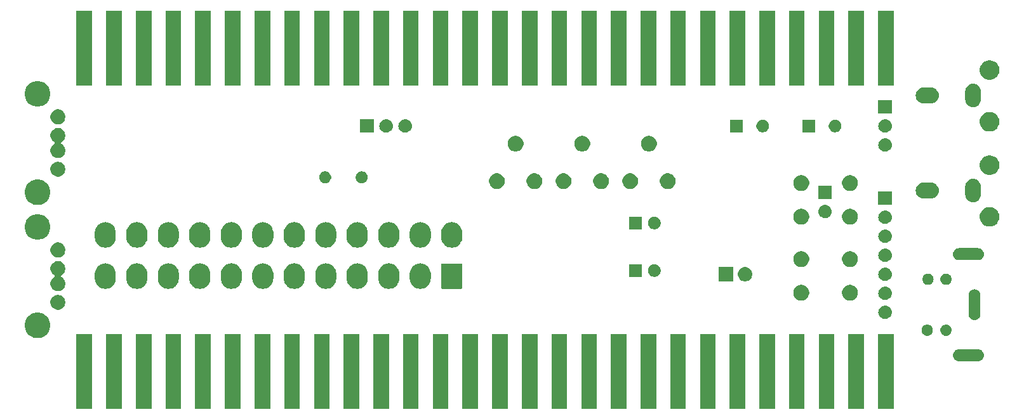
<source format=gbr>
G04 #@! TF.GenerationSoftware,KiCad,Pcbnew,(5.0.1-3-g963ef8bb5)*
G04 #@! TF.CreationDate,2021-12-01T04:01:33+09:00*
G04 #@! TF.ProjectId,Jasmin,4A61736D696E2E6B696361645F706362,rev?*
G04 #@! TF.SameCoordinates,Original*
G04 #@! TF.FileFunction,Soldermask,Bot*
G04 #@! TF.FilePolarity,Negative*
%FSLAX46Y46*%
G04 Gerber Fmt 4.6, Leading zero omitted, Abs format (unit mm)*
G04 Created by KiCad (PCBNEW (5.0.1-3-g963ef8bb5)) date 2021 December 01, Wednesday 04:01:33*
%MOMM*%
%LPD*%
G01*
G04 APERTURE LIST*
%ADD10C,0.100000*%
G04 APERTURE END LIST*
D10*
G36*
X209441000Y-82471000D02*
X207359000Y-82471000D01*
X207359000Y-72469000D01*
X209441000Y-72469000D01*
X209441000Y-82471000D01*
X209441000Y-82471000D01*
G37*
G36*
X205481000Y-82471000D02*
X203399000Y-82471000D01*
X203399000Y-72469000D01*
X205481000Y-72469000D01*
X205481000Y-82471000D01*
X205481000Y-82471000D01*
G37*
G36*
X201521000Y-82471000D02*
X199439000Y-82471000D01*
X199439000Y-72469000D01*
X201521000Y-72469000D01*
X201521000Y-82471000D01*
X201521000Y-82471000D01*
G37*
G36*
X197561000Y-82471000D02*
X195479000Y-82471000D01*
X195479000Y-72469000D01*
X197561000Y-72469000D01*
X197561000Y-82471000D01*
X197561000Y-82471000D01*
G37*
G36*
X193601000Y-82471000D02*
X191519000Y-82471000D01*
X191519000Y-72469000D01*
X193601000Y-72469000D01*
X193601000Y-82471000D01*
X193601000Y-82471000D01*
G37*
G36*
X189641000Y-82471000D02*
X187559000Y-82471000D01*
X187559000Y-72469000D01*
X189641000Y-72469000D01*
X189641000Y-82471000D01*
X189641000Y-82471000D01*
G37*
G36*
X185681000Y-82471000D02*
X183599000Y-82471000D01*
X183599000Y-72469000D01*
X185681000Y-72469000D01*
X185681000Y-82471000D01*
X185681000Y-82471000D01*
G37*
G36*
X181721000Y-82471000D02*
X179639000Y-82471000D01*
X179639000Y-72469000D01*
X181721000Y-72469000D01*
X181721000Y-82471000D01*
X181721000Y-82471000D01*
G37*
G36*
X177761000Y-82471000D02*
X175679000Y-82471000D01*
X175679000Y-72469000D01*
X177761000Y-72469000D01*
X177761000Y-82471000D01*
X177761000Y-82471000D01*
G37*
G36*
X173801000Y-82471000D02*
X171719000Y-82471000D01*
X171719000Y-72469000D01*
X173801000Y-72469000D01*
X173801000Y-82471000D01*
X173801000Y-82471000D01*
G37*
G36*
X169841000Y-82471000D02*
X167759000Y-82471000D01*
X167759000Y-72469000D01*
X169841000Y-72469000D01*
X169841000Y-82471000D01*
X169841000Y-82471000D01*
G37*
G36*
X165881000Y-82471000D02*
X163799000Y-82471000D01*
X163799000Y-72469000D01*
X165881000Y-72469000D01*
X165881000Y-82471000D01*
X165881000Y-82471000D01*
G37*
G36*
X161921000Y-82471000D02*
X159839000Y-82471000D01*
X159839000Y-72469000D01*
X161921000Y-72469000D01*
X161921000Y-82471000D01*
X161921000Y-82471000D01*
G37*
G36*
X157961000Y-82471000D02*
X155879000Y-82471000D01*
X155879000Y-72469000D01*
X157961000Y-72469000D01*
X157961000Y-82471000D01*
X157961000Y-82471000D01*
G37*
G36*
X154001000Y-82471000D02*
X151919000Y-82471000D01*
X151919000Y-72469000D01*
X154001000Y-72469000D01*
X154001000Y-82471000D01*
X154001000Y-82471000D01*
G37*
G36*
X150041000Y-82471000D02*
X147959000Y-82471000D01*
X147959000Y-72469000D01*
X150041000Y-72469000D01*
X150041000Y-82471000D01*
X150041000Y-82471000D01*
G37*
G36*
X146081000Y-82471000D02*
X143999000Y-82471000D01*
X143999000Y-72469000D01*
X146081000Y-72469000D01*
X146081000Y-82471000D01*
X146081000Y-82471000D01*
G37*
G36*
X142121000Y-82471000D02*
X140039000Y-82471000D01*
X140039000Y-72469000D01*
X142121000Y-72469000D01*
X142121000Y-82471000D01*
X142121000Y-82471000D01*
G37*
G36*
X138161000Y-82471000D02*
X136079000Y-82471000D01*
X136079000Y-72469000D01*
X138161000Y-72469000D01*
X138161000Y-82471000D01*
X138161000Y-82471000D01*
G37*
G36*
X134201000Y-82471000D02*
X132119000Y-82471000D01*
X132119000Y-72469000D01*
X134201000Y-72469000D01*
X134201000Y-82471000D01*
X134201000Y-82471000D01*
G37*
G36*
X130241000Y-82471000D02*
X128159000Y-82471000D01*
X128159000Y-72469000D01*
X130241000Y-72469000D01*
X130241000Y-82471000D01*
X130241000Y-82471000D01*
G37*
G36*
X126281000Y-82471000D02*
X124199000Y-82471000D01*
X124199000Y-72469000D01*
X126281000Y-72469000D01*
X126281000Y-82471000D01*
X126281000Y-82471000D01*
G37*
G36*
X122321000Y-82471000D02*
X120239000Y-82471000D01*
X120239000Y-72469000D01*
X122321000Y-72469000D01*
X122321000Y-82471000D01*
X122321000Y-82471000D01*
G37*
G36*
X118361000Y-82471000D02*
X116279000Y-82471000D01*
X116279000Y-72469000D01*
X118361000Y-72469000D01*
X118361000Y-82471000D01*
X118361000Y-82471000D01*
G37*
G36*
X114401000Y-82471000D02*
X112319000Y-82471000D01*
X112319000Y-72469000D01*
X114401000Y-72469000D01*
X114401000Y-82471000D01*
X114401000Y-82471000D01*
G37*
G36*
X110441000Y-82471000D02*
X108359000Y-82471000D01*
X108359000Y-72469000D01*
X110441000Y-72469000D01*
X110441000Y-82471000D01*
X110441000Y-82471000D01*
G37*
G36*
X106481000Y-82471000D02*
X104399000Y-82471000D01*
X104399000Y-72469000D01*
X106481000Y-72469000D01*
X106481000Y-82471000D01*
X106481000Y-82471000D01*
G37*
G36*
X102521000Y-82471000D02*
X100439000Y-82471000D01*
X100439000Y-72469000D01*
X102521000Y-72469000D01*
X102521000Y-82471000D01*
X102521000Y-82471000D01*
G37*
G36*
X220815025Y-74540590D02*
X220966012Y-74586392D01*
X221105165Y-74660770D01*
X221227133Y-74760867D01*
X221327230Y-74882835D01*
X221401608Y-75021988D01*
X221447410Y-75172975D01*
X221462875Y-75330000D01*
X221447410Y-75487025D01*
X221401608Y-75638012D01*
X221327230Y-75777165D01*
X221227133Y-75899133D01*
X221105165Y-75999230D01*
X220966012Y-76073608D01*
X220815025Y-76119410D01*
X220697346Y-76131000D01*
X218118654Y-76131000D01*
X218000975Y-76119410D01*
X217849988Y-76073608D01*
X217710835Y-75999230D01*
X217588867Y-75899133D01*
X217488770Y-75777165D01*
X217414392Y-75638012D01*
X217368590Y-75487025D01*
X217353125Y-75330000D01*
X217368590Y-75172975D01*
X217414392Y-75021988D01*
X217488770Y-74882835D01*
X217588867Y-74760867D01*
X217710835Y-74660770D01*
X217849988Y-74586392D01*
X218000975Y-74540590D01*
X218118654Y-74529000D01*
X220697346Y-74529000D01*
X220815025Y-74540590D01*
X220815025Y-74540590D01*
G37*
G36*
X95746160Y-69704368D02*
X95746162Y-69704369D01*
X95746163Y-69704369D01*
X95860514Y-69751735D01*
X96055726Y-69832594D01*
X96334327Y-70018749D01*
X96571251Y-70255673D01*
X96757406Y-70534274D01*
X96885632Y-70843840D01*
X96951000Y-71172465D01*
X96951000Y-71507535D01*
X96885632Y-71836160D01*
X96757406Y-72145726D01*
X96571251Y-72424327D01*
X96334327Y-72661251D01*
X96055726Y-72847406D01*
X95860514Y-72928265D01*
X95746163Y-72975631D01*
X95746162Y-72975631D01*
X95746160Y-72975632D01*
X95417535Y-73041000D01*
X95082465Y-73041000D01*
X94753840Y-72975632D01*
X94753838Y-72975631D01*
X94753837Y-72975631D01*
X94639486Y-72928265D01*
X94444274Y-72847406D01*
X94165673Y-72661251D01*
X93928749Y-72424327D01*
X93742594Y-72145726D01*
X93614368Y-71836160D01*
X93549000Y-71507535D01*
X93549000Y-71172465D01*
X93614368Y-70843840D01*
X93742594Y-70534274D01*
X93928749Y-70255673D01*
X94165673Y-70018749D01*
X94444274Y-69832594D01*
X94639486Y-69751735D01*
X94753837Y-69704369D01*
X94753838Y-69704369D01*
X94753840Y-69704368D01*
X95082465Y-69639000D01*
X95417535Y-69639000D01*
X95746160Y-69704368D01*
X95746160Y-69704368D01*
G37*
G36*
X213981665Y-71232622D02*
X214055222Y-71239867D01*
X214196786Y-71282810D01*
X214327252Y-71352546D01*
X214441606Y-71446394D01*
X214535454Y-71560748D01*
X214605190Y-71691214D01*
X214648133Y-71832778D01*
X214662633Y-71980000D01*
X214648133Y-72127222D01*
X214605190Y-72268786D01*
X214535454Y-72399252D01*
X214441606Y-72513606D01*
X214327252Y-72607454D01*
X214196786Y-72677190D01*
X214055222Y-72720133D01*
X213981665Y-72727378D01*
X213944888Y-72731000D01*
X213871112Y-72731000D01*
X213834335Y-72727378D01*
X213760778Y-72720133D01*
X213619214Y-72677190D01*
X213488748Y-72607454D01*
X213374394Y-72513606D01*
X213280546Y-72399252D01*
X213210810Y-72268786D01*
X213167867Y-72127222D01*
X213153367Y-71980000D01*
X213167867Y-71832778D01*
X213210810Y-71691214D01*
X213280546Y-71560748D01*
X213374394Y-71446394D01*
X213488748Y-71352546D01*
X213619214Y-71282810D01*
X213760778Y-71239867D01*
X213834335Y-71232622D01*
X213871112Y-71229000D01*
X213944888Y-71229000D01*
X213981665Y-71232622D01*
X213981665Y-71232622D01*
G37*
G36*
X216481665Y-71232622D02*
X216555222Y-71239867D01*
X216696786Y-71282810D01*
X216827252Y-71352546D01*
X216941606Y-71446394D01*
X217035454Y-71560748D01*
X217105190Y-71691214D01*
X217148133Y-71832778D01*
X217162633Y-71980000D01*
X217148133Y-72127222D01*
X217105190Y-72268786D01*
X217035454Y-72399252D01*
X216941606Y-72513606D01*
X216827252Y-72607454D01*
X216696786Y-72677190D01*
X216555222Y-72720133D01*
X216481665Y-72727378D01*
X216444888Y-72731000D01*
X216371112Y-72731000D01*
X216334335Y-72727378D01*
X216260778Y-72720133D01*
X216119214Y-72677190D01*
X215988748Y-72607454D01*
X215874394Y-72513606D01*
X215780546Y-72399252D01*
X215710810Y-72268786D01*
X215667867Y-72127222D01*
X215653367Y-71980000D01*
X215667867Y-71832778D01*
X215710810Y-71691214D01*
X215780546Y-71560748D01*
X215874394Y-71446394D01*
X215988748Y-71352546D01*
X216119214Y-71282810D01*
X216260778Y-71239867D01*
X216334335Y-71232622D01*
X216371112Y-71229000D01*
X216444888Y-71229000D01*
X216481665Y-71232622D01*
X216481665Y-71232622D01*
G37*
G36*
X220365025Y-66540590D02*
X220516012Y-66586392D01*
X220655165Y-66660770D01*
X220777133Y-66760867D01*
X220877230Y-66882835D01*
X220951608Y-67021988D01*
X220997410Y-67172975D01*
X221009000Y-67290654D01*
X221009000Y-69869346D01*
X220997410Y-69987025D01*
X220951608Y-70138012D01*
X220877230Y-70277165D01*
X220777136Y-70399130D01*
X220777134Y-70399131D01*
X220777133Y-70399133D01*
X220777129Y-70399136D01*
X220655161Y-70499232D01*
X220516011Y-70573608D01*
X220365024Y-70619410D01*
X220208000Y-70634875D01*
X220050975Y-70619410D01*
X219899988Y-70573608D01*
X219760835Y-70499230D01*
X219638870Y-70399136D01*
X219638869Y-70399134D01*
X219638867Y-70399133D01*
X219588819Y-70338148D01*
X219538768Y-70277161D01*
X219464392Y-70138011D01*
X219418590Y-69987024D01*
X219407000Y-69869345D01*
X219407001Y-67290654D01*
X219418591Y-67172975D01*
X219464393Y-67021988D01*
X219538771Y-66882835D01*
X219638868Y-66760867D01*
X219760836Y-66660770D01*
X219899989Y-66586392D01*
X220050976Y-66540590D01*
X220208000Y-66525125D01*
X220365025Y-66540590D01*
X220365025Y-66540590D01*
G37*
G36*
X208390443Y-68701519D02*
X208456627Y-68708037D01*
X208569853Y-68742384D01*
X208626467Y-68759557D01*
X208765087Y-68833652D01*
X208782991Y-68843222D01*
X208818729Y-68872552D01*
X208920186Y-68955814D01*
X208995450Y-69047525D01*
X209032778Y-69093009D01*
X209032779Y-69093011D01*
X209116443Y-69249533D01*
X209116443Y-69249534D01*
X209167963Y-69419373D01*
X209185359Y-69596000D01*
X209167963Y-69772627D01*
X209149772Y-69832594D01*
X209116443Y-69942467D01*
X209092627Y-69987023D01*
X209032778Y-70098991D01*
X209003448Y-70134729D01*
X208920186Y-70236186D01*
X208818729Y-70319448D01*
X208782991Y-70348778D01*
X208782989Y-70348779D01*
X208626467Y-70432443D01*
X208569853Y-70449616D01*
X208456627Y-70483963D01*
X208390443Y-70490481D01*
X208324260Y-70497000D01*
X208235740Y-70497000D01*
X208169557Y-70490481D01*
X208103373Y-70483963D01*
X207990147Y-70449616D01*
X207933533Y-70432443D01*
X207777011Y-70348779D01*
X207777009Y-70348778D01*
X207741271Y-70319448D01*
X207639814Y-70236186D01*
X207556552Y-70134729D01*
X207527222Y-70098991D01*
X207467373Y-69987023D01*
X207443557Y-69942467D01*
X207410228Y-69832594D01*
X207392037Y-69772627D01*
X207374641Y-69596000D01*
X207392037Y-69419373D01*
X207443557Y-69249534D01*
X207443557Y-69249533D01*
X207527221Y-69093011D01*
X207527222Y-69093009D01*
X207564550Y-69047525D01*
X207639814Y-68955814D01*
X207741271Y-68872552D01*
X207777009Y-68843222D01*
X207794913Y-68833652D01*
X207933533Y-68759557D01*
X207990147Y-68742384D01*
X208103373Y-68708037D01*
X208169557Y-68701519D01*
X208235740Y-68695000D01*
X208324260Y-68695000D01*
X208390443Y-68701519D01*
X208390443Y-68701519D01*
G37*
G36*
X98251981Y-67307468D02*
X98434150Y-67382925D01*
X98598103Y-67492475D01*
X98737525Y-67631897D01*
X98847075Y-67795850D01*
X98922532Y-67978019D01*
X98961000Y-68171410D01*
X98961000Y-68368590D01*
X98922532Y-68561981D01*
X98847075Y-68744150D01*
X98737525Y-68908103D01*
X98598103Y-69047525D01*
X98434150Y-69157075D01*
X98251981Y-69232532D01*
X98058590Y-69271000D01*
X97861410Y-69271000D01*
X97668019Y-69232532D01*
X97485850Y-69157075D01*
X97321897Y-69047525D01*
X97182475Y-68908103D01*
X97072925Y-68744150D01*
X96997468Y-68561981D01*
X96959000Y-68368590D01*
X96959000Y-68171410D01*
X96997468Y-67978019D01*
X97072925Y-67795850D01*
X97182475Y-67631897D01*
X97321897Y-67492475D01*
X97485850Y-67382925D01*
X97668019Y-67307468D01*
X97861410Y-67269000D01*
X98058590Y-67269000D01*
X98251981Y-67307468D01*
X98251981Y-67307468D01*
G37*
G36*
X197410565Y-65973389D02*
X197601834Y-66052615D01*
X197773976Y-66167637D01*
X197920363Y-66314024D01*
X198035385Y-66486166D01*
X198114611Y-66677435D01*
X198155000Y-66880484D01*
X198155000Y-67087516D01*
X198114611Y-67290565D01*
X198035385Y-67481834D01*
X197920363Y-67653976D01*
X197773976Y-67800363D01*
X197601834Y-67915385D01*
X197410565Y-67994611D01*
X197207516Y-68035000D01*
X197000484Y-68035000D01*
X196797435Y-67994611D01*
X196606166Y-67915385D01*
X196434024Y-67800363D01*
X196287637Y-67653976D01*
X196172615Y-67481834D01*
X196093389Y-67290565D01*
X196053000Y-67087516D01*
X196053000Y-66880484D01*
X196093389Y-66677435D01*
X196172615Y-66486166D01*
X196287637Y-66314024D01*
X196434024Y-66167637D01*
X196606166Y-66052615D01*
X196797435Y-65973389D01*
X197000484Y-65933000D01*
X197207516Y-65933000D01*
X197410565Y-65973389D01*
X197410565Y-65973389D01*
G37*
G36*
X203910565Y-65973389D02*
X204101834Y-66052615D01*
X204273976Y-66167637D01*
X204420363Y-66314024D01*
X204535385Y-66486166D01*
X204614611Y-66677435D01*
X204655000Y-66880484D01*
X204655000Y-67087516D01*
X204614611Y-67290565D01*
X204535385Y-67481834D01*
X204420363Y-67653976D01*
X204273976Y-67800363D01*
X204101834Y-67915385D01*
X203910565Y-67994611D01*
X203707516Y-68035000D01*
X203500484Y-68035000D01*
X203297435Y-67994611D01*
X203106166Y-67915385D01*
X202934024Y-67800363D01*
X202787637Y-67653976D01*
X202672615Y-67481834D01*
X202593389Y-67290565D01*
X202553000Y-67087516D01*
X202553000Y-66880484D01*
X202593389Y-66677435D01*
X202672615Y-66486166D01*
X202787637Y-66314024D01*
X202934024Y-66167637D01*
X203106166Y-66052615D01*
X203297435Y-65973389D01*
X203500484Y-65933000D01*
X203707516Y-65933000D01*
X203910565Y-65973389D01*
X203910565Y-65973389D01*
G37*
G36*
X208390442Y-66161518D02*
X208456627Y-66168037D01*
X208569853Y-66202384D01*
X208626467Y-66219557D01*
X208672478Y-66244151D01*
X208782991Y-66303222D01*
X208818729Y-66332552D01*
X208920186Y-66415814D01*
X209003448Y-66517271D01*
X209032778Y-66553009D01*
X209032779Y-66553011D01*
X209116443Y-66709533D01*
X209132015Y-66760867D01*
X209167963Y-66879373D01*
X209185359Y-67056000D01*
X209167963Y-67232627D01*
X209150360Y-67290655D01*
X209116443Y-67402467D01*
X209074020Y-67481834D01*
X209032778Y-67558991D01*
X209003448Y-67594729D01*
X208920186Y-67696186D01*
X208818729Y-67779448D01*
X208782991Y-67808778D01*
X208782989Y-67808779D01*
X208626467Y-67892443D01*
X208569853Y-67909616D01*
X208456627Y-67943963D01*
X208390442Y-67950482D01*
X208324260Y-67957000D01*
X208235740Y-67957000D01*
X208169558Y-67950482D01*
X208103373Y-67943963D01*
X207990147Y-67909616D01*
X207933533Y-67892443D01*
X207777011Y-67808779D01*
X207777009Y-67808778D01*
X207741271Y-67779448D01*
X207639814Y-67696186D01*
X207556552Y-67594729D01*
X207527222Y-67558991D01*
X207485980Y-67481834D01*
X207443557Y-67402467D01*
X207409640Y-67290655D01*
X207392037Y-67232627D01*
X207374641Y-67056000D01*
X207392037Y-66879373D01*
X207427985Y-66760867D01*
X207443557Y-66709533D01*
X207527221Y-66553011D01*
X207527222Y-66553009D01*
X207556552Y-66517271D01*
X207639814Y-66415814D01*
X207741271Y-66332552D01*
X207777009Y-66303222D01*
X207887522Y-66244151D01*
X207933533Y-66219557D01*
X207990147Y-66202384D01*
X208103373Y-66168037D01*
X208169558Y-66161518D01*
X208235740Y-66155000D01*
X208324260Y-66155000D01*
X208390442Y-66161518D01*
X208390442Y-66161518D01*
G37*
G36*
X98251981Y-62807468D02*
X98434150Y-62882925D01*
X98598103Y-62992475D01*
X98737525Y-63131897D01*
X98847075Y-63295850D01*
X98922532Y-63478019D01*
X98961000Y-63671410D01*
X98961000Y-63868590D01*
X98922532Y-64061981D01*
X98847075Y-64244150D01*
X98737525Y-64408103D01*
X98598103Y-64547525D01*
X98428589Y-64660791D01*
X98418717Y-64666068D01*
X98399775Y-64681614D01*
X98384230Y-64700556D01*
X98372680Y-64722168D01*
X98365567Y-64745617D01*
X98363166Y-64770003D01*
X98365568Y-64794390D01*
X98372682Y-64817838D01*
X98384234Y-64839449D01*
X98399780Y-64858391D01*
X98418722Y-64873936D01*
X98428594Y-64879212D01*
X98598103Y-64992475D01*
X98737525Y-65131897D01*
X98847075Y-65295850D01*
X98922532Y-65478019D01*
X98961000Y-65671410D01*
X98961000Y-65868590D01*
X98922532Y-66061981D01*
X98847075Y-66244150D01*
X98737525Y-66408103D01*
X98598103Y-66547525D01*
X98434150Y-66657075D01*
X98251981Y-66732532D01*
X98058590Y-66771000D01*
X97861410Y-66771000D01*
X97668019Y-66732532D01*
X97485850Y-66657075D01*
X97321897Y-66547525D01*
X97182475Y-66408103D01*
X97072925Y-66244150D01*
X96997468Y-66061981D01*
X96959000Y-65868590D01*
X96959000Y-65671410D01*
X96997468Y-65478019D01*
X97072925Y-65295850D01*
X97182475Y-65131897D01*
X97321897Y-64992475D01*
X97491411Y-64879209D01*
X97501283Y-64873932D01*
X97520225Y-64858386D01*
X97535770Y-64839444D01*
X97547320Y-64817832D01*
X97554433Y-64794383D01*
X97556834Y-64769997D01*
X97554432Y-64745610D01*
X97547318Y-64722162D01*
X97535766Y-64700551D01*
X97520220Y-64681609D01*
X97501278Y-64666064D01*
X97491406Y-64660788D01*
X97321897Y-64547525D01*
X97182475Y-64408103D01*
X97072925Y-64244150D01*
X96997468Y-64061981D01*
X96959000Y-63868590D01*
X96959000Y-63671410D01*
X96997468Y-63478019D01*
X97072925Y-63295850D01*
X97182475Y-63131897D01*
X97321897Y-62992475D01*
X97485850Y-62882925D01*
X97668019Y-62807468D01*
X97861410Y-62769000D01*
X98058590Y-62769000D01*
X98251981Y-62807468D01*
X98251981Y-62807468D01*
G37*
G36*
X125569644Y-63089272D02*
X125734814Y-63139376D01*
X125833734Y-63169383D01*
X125914862Y-63212747D01*
X126077120Y-63299475D01*
X126178259Y-63382479D01*
X126290450Y-63474550D01*
X126382521Y-63586741D01*
X126465525Y-63687880D01*
X126513327Y-63777312D01*
X126595617Y-63931266D01*
X126595617Y-63931267D01*
X126675728Y-64195357D01*
X126675728Y-64195359D01*
X126696000Y-64401181D01*
X126696000Y-65138820D01*
X126691944Y-65180000D01*
X126675728Y-65344644D01*
X126638611Y-65467000D01*
X126595617Y-65608734D01*
X126562116Y-65671410D01*
X126465525Y-65852120D01*
X126409707Y-65920133D01*
X126290450Y-66065450D01*
X126181331Y-66155000D01*
X126077119Y-66240525D01*
X125939611Y-66314024D01*
X125833733Y-66370617D01*
X125753320Y-66395010D01*
X125569643Y-66450728D01*
X125295000Y-66477778D01*
X125020356Y-66450728D01*
X124836679Y-66395010D01*
X124756266Y-66370617D01*
X124650388Y-66314024D01*
X124512880Y-66240525D01*
X124424067Y-66167637D01*
X124299550Y-66065450D01*
X124190853Y-65933000D01*
X124124475Y-65852119D01*
X123994384Y-65608734D01*
X123994383Y-65608733D01*
X123967679Y-65520702D01*
X123914272Y-65344643D01*
X123895711Y-65156186D01*
X123894000Y-65138819D01*
X123894000Y-64401180D01*
X123909466Y-64244150D01*
X123914272Y-64195356D01*
X123994383Y-63931267D01*
X123994383Y-63931266D01*
X124076673Y-63777312D01*
X124124475Y-63687880D01*
X124192576Y-63604900D01*
X124299550Y-63474550D01*
X124431123Y-63366573D01*
X124512881Y-63299475D01*
X124675139Y-63212747D01*
X124756267Y-63169383D01*
X124855187Y-63139376D01*
X125020357Y-63089272D01*
X125295000Y-63062222D01*
X125569644Y-63089272D01*
X125569644Y-63089272D01*
G37*
G36*
X129769644Y-63089272D02*
X129934814Y-63139376D01*
X130033734Y-63169383D01*
X130114862Y-63212747D01*
X130277120Y-63299475D01*
X130378259Y-63382479D01*
X130490450Y-63474550D01*
X130582521Y-63586741D01*
X130665525Y-63687880D01*
X130713327Y-63777312D01*
X130795617Y-63931266D01*
X130795617Y-63931267D01*
X130875728Y-64195357D01*
X130875728Y-64195359D01*
X130896000Y-64401181D01*
X130896000Y-65138820D01*
X130891944Y-65180000D01*
X130875728Y-65344644D01*
X130838611Y-65467000D01*
X130795617Y-65608734D01*
X130762116Y-65671410D01*
X130665525Y-65852120D01*
X130609707Y-65920133D01*
X130490450Y-66065450D01*
X130381331Y-66155000D01*
X130277119Y-66240525D01*
X130139611Y-66314024D01*
X130033733Y-66370617D01*
X129953320Y-66395010D01*
X129769643Y-66450728D01*
X129495000Y-66477778D01*
X129220356Y-66450728D01*
X129036679Y-66395010D01*
X128956266Y-66370617D01*
X128850388Y-66314024D01*
X128712880Y-66240525D01*
X128624067Y-66167637D01*
X128499550Y-66065450D01*
X128390853Y-65933000D01*
X128324475Y-65852119D01*
X128194384Y-65608734D01*
X128194383Y-65608733D01*
X128167679Y-65520702D01*
X128114272Y-65344643D01*
X128095711Y-65156186D01*
X128094000Y-65138819D01*
X128094000Y-64401180D01*
X128109466Y-64244150D01*
X128114272Y-64195356D01*
X128194383Y-63931267D01*
X128194383Y-63931266D01*
X128276673Y-63777312D01*
X128324475Y-63687880D01*
X128392576Y-63604900D01*
X128499550Y-63474550D01*
X128631123Y-63366573D01*
X128712881Y-63299475D01*
X128875139Y-63212747D01*
X128956267Y-63169383D01*
X129055187Y-63139376D01*
X129220357Y-63089272D01*
X129495000Y-63062222D01*
X129769644Y-63089272D01*
X129769644Y-63089272D01*
G37*
G36*
X133969644Y-63089272D02*
X134134814Y-63139376D01*
X134233734Y-63169383D01*
X134314862Y-63212747D01*
X134477120Y-63299475D01*
X134578259Y-63382479D01*
X134690450Y-63474550D01*
X134782521Y-63586741D01*
X134865525Y-63687880D01*
X134913327Y-63777312D01*
X134995617Y-63931266D01*
X134995617Y-63931267D01*
X135075728Y-64195357D01*
X135075728Y-64195359D01*
X135096000Y-64401181D01*
X135096000Y-65138820D01*
X135091944Y-65180000D01*
X135075728Y-65344644D01*
X135038611Y-65467000D01*
X134995617Y-65608734D01*
X134962116Y-65671410D01*
X134865525Y-65852120D01*
X134809707Y-65920133D01*
X134690450Y-66065450D01*
X134581331Y-66155000D01*
X134477119Y-66240525D01*
X134339611Y-66314024D01*
X134233733Y-66370617D01*
X134153320Y-66395010D01*
X133969643Y-66450728D01*
X133695000Y-66477778D01*
X133420356Y-66450728D01*
X133236679Y-66395010D01*
X133156266Y-66370617D01*
X133050388Y-66314024D01*
X132912880Y-66240525D01*
X132824067Y-66167637D01*
X132699550Y-66065450D01*
X132590853Y-65933000D01*
X132524475Y-65852119D01*
X132394384Y-65608734D01*
X132394383Y-65608733D01*
X132367679Y-65520702D01*
X132314272Y-65344643D01*
X132295711Y-65156186D01*
X132294000Y-65138819D01*
X132294000Y-64401180D01*
X132309466Y-64244150D01*
X132314272Y-64195356D01*
X132394383Y-63931267D01*
X132394383Y-63931266D01*
X132476673Y-63777312D01*
X132524475Y-63687880D01*
X132592576Y-63604900D01*
X132699550Y-63474550D01*
X132831123Y-63366573D01*
X132912881Y-63299475D01*
X133075139Y-63212747D01*
X133156267Y-63169383D01*
X133255187Y-63139376D01*
X133420357Y-63089272D01*
X133695000Y-63062222D01*
X133969644Y-63089272D01*
X133969644Y-63089272D01*
G37*
G36*
X138169644Y-63089272D02*
X138334814Y-63139376D01*
X138433734Y-63169383D01*
X138514862Y-63212747D01*
X138677120Y-63299475D01*
X138778259Y-63382479D01*
X138890450Y-63474550D01*
X138982521Y-63586741D01*
X139065525Y-63687880D01*
X139113327Y-63777312D01*
X139195617Y-63931266D01*
X139195617Y-63931267D01*
X139275728Y-64195357D01*
X139275728Y-64195359D01*
X139296000Y-64401181D01*
X139296000Y-65138820D01*
X139291944Y-65180000D01*
X139275728Y-65344644D01*
X139238611Y-65467000D01*
X139195617Y-65608734D01*
X139162116Y-65671410D01*
X139065525Y-65852120D01*
X139009707Y-65920133D01*
X138890450Y-66065450D01*
X138781331Y-66155000D01*
X138677119Y-66240525D01*
X138539611Y-66314024D01*
X138433733Y-66370617D01*
X138353320Y-66395010D01*
X138169643Y-66450728D01*
X137895000Y-66477778D01*
X137620356Y-66450728D01*
X137436679Y-66395010D01*
X137356266Y-66370617D01*
X137250388Y-66314024D01*
X137112880Y-66240525D01*
X137024067Y-66167637D01*
X136899550Y-66065450D01*
X136790853Y-65933000D01*
X136724475Y-65852119D01*
X136594384Y-65608734D01*
X136594383Y-65608733D01*
X136567679Y-65520702D01*
X136514272Y-65344643D01*
X136495711Y-65156186D01*
X136494000Y-65138819D01*
X136494000Y-64401180D01*
X136509466Y-64244150D01*
X136514272Y-64195356D01*
X136594383Y-63931267D01*
X136594383Y-63931266D01*
X136676673Y-63777312D01*
X136724475Y-63687880D01*
X136792576Y-63604900D01*
X136899550Y-63474550D01*
X137031123Y-63366573D01*
X137112881Y-63299475D01*
X137275139Y-63212747D01*
X137356267Y-63169383D01*
X137455187Y-63139376D01*
X137620357Y-63089272D01*
X137895000Y-63062222D01*
X138169644Y-63089272D01*
X138169644Y-63089272D01*
G37*
G36*
X142369644Y-63089272D02*
X142534814Y-63139376D01*
X142633734Y-63169383D01*
X142714862Y-63212747D01*
X142877120Y-63299475D01*
X142978259Y-63382479D01*
X143090450Y-63474550D01*
X143182521Y-63586741D01*
X143265525Y-63687880D01*
X143313327Y-63777312D01*
X143395617Y-63931266D01*
X143395617Y-63931267D01*
X143475728Y-64195357D01*
X143475728Y-64195359D01*
X143496000Y-64401181D01*
X143496000Y-65138820D01*
X143491944Y-65180000D01*
X143475728Y-65344644D01*
X143438611Y-65467000D01*
X143395617Y-65608734D01*
X143362116Y-65671410D01*
X143265525Y-65852120D01*
X143209707Y-65920133D01*
X143090450Y-66065450D01*
X142981331Y-66155000D01*
X142877119Y-66240525D01*
X142739611Y-66314024D01*
X142633733Y-66370617D01*
X142553320Y-66395010D01*
X142369643Y-66450728D01*
X142095000Y-66477778D01*
X141820356Y-66450728D01*
X141636679Y-66395010D01*
X141556266Y-66370617D01*
X141450388Y-66314024D01*
X141312880Y-66240525D01*
X141224067Y-66167637D01*
X141099550Y-66065450D01*
X140990853Y-65933000D01*
X140924475Y-65852119D01*
X140794384Y-65608734D01*
X140794383Y-65608733D01*
X140767679Y-65520702D01*
X140714272Y-65344643D01*
X140695711Y-65156186D01*
X140694000Y-65138819D01*
X140694000Y-64401180D01*
X140709466Y-64244150D01*
X140714272Y-64195356D01*
X140794383Y-63931267D01*
X140794383Y-63931266D01*
X140876673Y-63777312D01*
X140924475Y-63687880D01*
X140992576Y-63604900D01*
X141099550Y-63474550D01*
X141231123Y-63366573D01*
X141312881Y-63299475D01*
X141475139Y-63212747D01*
X141556267Y-63169383D01*
X141655187Y-63139376D01*
X141820357Y-63089272D01*
X142095000Y-63062222D01*
X142369644Y-63089272D01*
X142369644Y-63089272D01*
G37*
G36*
X146569644Y-63089272D02*
X146734814Y-63139376D01*
X146833734Y-63169383D01*
X146914862Y-63212747D01*
X147077120Y-63299475D01*
X147178259Y-63382479D01*
X147290450Y-63474550D01*
X147382521Y-63586741D01*
X147465525Y-63687880D01*
X147513327Y-63777312D01*
X147595617Y-63931266D01*
X147595617Y-63931267D01*
X147675728Y-64195357D01*
X147675728Y-64195359D01*
X147696000Y-64401181D01*
X147696000Y-65138820D01*
X147691944Y-65180000D01*
X147675728Y-65344644D01*
X147638611Y-65467000D01*
X147595617Y-65608734D01*
X147562116Y-65671410D01*
X147465525Y-65852120D01*
X147409707Y-65920133D01*
X147290450Y-66065450D01*
X147181331Y-66155000D01*
X147077119Y-66240525D01*
X146939611Y-66314024D01*
X146833733Y-66370617D01*
X146753320Y-66395010D01*
X146569643Y-66450728D01*
X146295000Y-66477778D01*
X146020356Y-66450728D01*
X145836679Y-66395010D01*
X145756266Y-66370617D01*
X145650388Y-66314024D01*
X145512880Y-66240525D01*
X145424067Y-66167637D01*
X145299550Y-66065450D01*
X145190853Y-65933000D01*
X145124475Y-65852119D01*
X144994384Y-65608734D01*
X144994383Y-65608733D01*
X144967679Y-65520702D01*
X144914272Y-65344643D01*
X144895711Y-65156186D01*
X144894000Y-65138819D01*
X144894000Y-64401180D01*
X144909466Y-64244150D01*
X144914272Y-64195356D01*
X144994383Y-63931267D01*
X144994383Y-63931266D01*
X145076673Y-63777312D01*
X145124475Y-63687880D01*
X145192576Y-63604900D01*
X145299550Y-63474550D01*
X145431123Y-63366573D01*
X145512881Y-63299475D01*
X145675139Y-63212747D01*
X145756267Y-63169383D01*
X145855187Y-63139376D01*
X146020357Y-63089272D01*
X146295000Y-63062222D01*
X146569644Y-63089272D01*
X146569644Y-63089272D01*
G37*
G36*
X121369644Y-63089272D02*
X121534814Y-63139376D01*
X121633734Y-63169383D01*
X121714862Y-63212747D01*
X121877120Y-63299475D01*
X121978259Y-63382479D01*
X122090450Y-63474550D01*
X122182521Y-63586741D01*
X122265525Y-63687880D01*
X122313327Y-63777312D01*
X122395617Y-63931266D01*
X122395617Y-63931267D01*
X122475728Y-64195357D01*
X122475728Y-64195359D01*
X122496000Y-64401181D01*
X122496000Y-65138820D01*
X122491944Y-65180000D01*
X122475728Y-65344644D01*
X122438611Y-65467000D01*
X122395617Y-65608734D01*
X122362116Y-65671410D01*
X122265525Y-65852120D01*
X122209707Y-65920133D01*
X122090450Y-66065450D01*
X121981331Y-66155000D01*
X121877119Y-66240525D01*
X121739611Y-66314024D01*
X121633733Y-66370617D01*
X121553320Y-66395010D01*
X121369643Y-66450728D01*
X121095000Y-66477778D01*
X120820356Y-66450728D01*
X120636679Y-66395010D01*
X120556266Y-66370617D01*
X120450388Y-66314024D01*
X120312880Y-66240525D01*
X120224067Y-66167637D01*
X120099550Y-66065450D01*
X119990853Y-65933000D01*
X119924475Y-65852119D01*
X119794384Y-65608734D01*
X119794383Y-65608733D01*
X119767679Y-65520702D01*
X119714272Y-65344643D01*
X119695711Y-65156186D01*
X119694000Y-65138819D01*
X119694000Y-64401180D01*
X119709466Y-64244150D01*
X119714272Y-64195356D01*
X119794383Y-63931267D01*
X119794383Y-63931266D01*
X119876673Y-63777312D01*
X119924475Y-63687880D01*
X119992576Y-63604900D01*
X120099550Y-63474550D01*
X120231123Y-63366573D01*
X120312881Y-63299475D01*
X120475139Y-63212747D01*
X120556267Y-63169383D01*
X120655187Y-63139376D01*
X120820357Y-63089272D01*
X121095000Y-63062222D01*
X121369644Y-63089272D01*
X121369644Y-63089272D01*
G37*
G36*
X117169644Y-63089272D02*
X117334814Y-63139376D01*
X117433734Y-63169383D01*
X117514862Y-63212747D01*
X117677120Y-63299475D01*
X117778259Y-63382479D01*
X117890450Y-63474550D01*
X117982521Y-63586741D01*
X118065525Y-63687880D01*
X118113327Y-63777312D01*
X118195617Y-63931266D01*
X118195617Y-63931267D01*
X118275728Y-64195357D01*
X118275728Y-64195359D01*
X118296000Y-64401181D01*
X118296000Y-65138820D01*
X118291944Y-65180000D01*
X118275728Y-65344644D01*
X118238611Y-65467000D01*
X118195617Y-65608734D01*
X118162116Y-65671410D01*
X118065525Y-65852120D01*
X118009707Y-65920133D01*
X117890450Y-66065450D01*
X117781331Y-66155000D01*
X117677119Y-66240525D01*
X117539611Y-66314024D01*
X117433733Y-66370617D01*
X117353320Y-66395010D01*
X117169643Y-66450728D01*
X116895000Y-66477778D01*
X116620356Y-66450728D01*
X116436679Y-66395010D01*
X116356266Y-66370617D01*
X116250388Y-66314024D01*
X116112880Y-66240525D01*
X116024067Y-66167637D01*
X115899550Y-66065450D01*
X115790853Y-65933000D01*
X115724475Y-65852119D01*
X115594384Y-65608734D01*
X115594383Y-65608733D01*
X115567679Y-65520702D01*
X115514272Y-65344643D01*
X115495711Y-65156186D01*
X115494000Y-65138819D01*
X115494000Y-64401180D01*
X115509466Y-64244150D01*
X115514272Y-64195356D01*
X115594383Y-63931267D01*
X115594383Y-63931266D01*
X115676673Y-63777312D01*
X115724475Y-63687880D01*
X115792576Y-63604900D01*
X115899550Y-63474550D01*
X116031123Y-63366573D01*
X116112881Y-63299475D01*
X116275139Y-63212747D01*
X116356267Y-63169383D01*
X116455187Y-63139376D01*
X116620357Y-63089272D01*
X116895000Y-63062222D01*
X117169644Y-63089272D01*
X117169644Y-63089272D01*
G37*
G36*
X112969644Y-63089272D02*
X113134814Y-63139376D01*
X113233734Y-63169383D01*
X113314862Y-63212747D01*
X113477120Y-63299475D01*
X113578259Y-63382479D01*
X113690450Y-63474550D01*
X113782521Y-63586741D01*
X113865525Y-63687880D01*
X113913327Y-63777312D01*
X113995617Y-63931266D01*
X113995617Y-63931267D01*
X114075728Y-64195357D01*
X114075728Y-64195359D01*
X114096000Y-64401181D01*
X114096000Y-65138820D01*
X114091944Y-65180000D01*
X114075728Y-65344644D01*
X114038611Y-65467000D01*
X113995617Y-65608734D01*
X113962116Y-65671410D01*
X113865525Y-65852120D01*
X113809707Y-65920133D01*
X113690450Y-66065450D01*
X113581331Y-66155000D01*
X113477119Y-66240525D01*
X113339611Y-66314024D01*
X113233733Y-66370617D01*
X113153320Y-66395010D01*
X112969643Y-66450728D01*
X112695000Y-66477778D01*
X112420356Y-66450728D01*
X112236679Y-66395010D01*
X112156266Y-66370617D01*
X112050388Y-66314024D01*
X111912880Y-66240525D01*
X111824067Y-66167637D01*
X111699550Y-66065450D01*
X111590853Y-65933000D01*
X111524475Y-65852119D01*
X111394384Y-65608734D01*
X111394383Y-65608733D01*
X111367679Y-65520702D01*
X111314272Y-65344643D01*
X111295711Y-65156186D01*
X111294000Y-65138819D01*
X111294000Y-64401180D01*
X111309466Y-64244150D01*
X111314272Y-64195356D01*
X111394383Y-63931267D01*
X111394383Y-63931266D01*
X111476673Y-63777312D01*
X111524475Y-63687880D01*
X111592576Y-63604900D01*
X111699550Y-63474550D01*
X111831123Y-63366573D01*
X111912881Y-63299475D01*
X112075139Y-63212747D01*
X112156267Y-63169383D01*
X112255187Y-63139376D01*
X112420357Y-63089272D01*
X112695000Y-63062222D01*
X112969644Y-63089272D01*
X112969644Y-63089272D01*
G37*
G36*
X108769644Y-63089272D02*
X108934814Y-63139376D01*
X109033734Y-63169383D01*
X109114862Y-63212747D01*
X109277120Y-63299475D01*
X109378259Y-63382479D01*
X109490450Y-63474550D01*
X109582521Y-63586741D01*
X109665525Y-63687880D01*
X109713327Y-63777312D01*
X109795617Y-63931266D01*
X109795617Y-63931267D01*
X109875728Y-64195357D01*
X109875728Y-64195359D01*
X109896000Y-64401181D01*
X109896000Y-65138820D01*
X109891944Y-65180000D01*
X109875728Y-65344644D01*
X109838611Y-65467000D01*
X109795617Y-65608734D01*
X109762116Y-65671410D01*
X109665525Y-65852120D01*
X109609707Y-65920133D01*
X109490450Y-66065450D01*
X109381331Y-66155000D01*
X109277119Y-66240525D01*
X109139611Y-66314024D01*
X109033733Y-66370617D01*
X108953320Y-66395010D01*
X108769643Y-66450728D01*
X108495000Y-66477778D01*
X108220356Y-66450728D01*
X108036679Y-66395010D01*
X107956266Y-66370617D01*
X107850388Y-66314024D01*
X107712880Y-66240525D01*
X107624067Y-66167637D01*
X107499550Y-66065450D01*
X107390853Y-65933000D01*
X107324475Y-65852119D01*
X107194384Y-65608734D01*
X107194383Y-65608733D01*
X107167679Y-65520702D01*
X107114272Y-65344643D01*
X107095711Y-65156186D01*
X107094000Y-65138819D01*
X107094000Y-64401180D01*
X107109466Y-64244150D01*
X107114272Y-64195356D01*
X107194383Y-63931267D01*
X107194383Y-63931266D01*
X107276673Y-63777312D01*
X107324475Y-63687880D01*
X107392576Y-63604900D01*
X107499550Y-63474550D01*
X107631123Y-63366573D01*
X107712881Y-63299475D01*
X107875139Y-63212747D01*
X107956267Y-63169383D01*
X108055187Y-63139376D01*
X108220357Y-63089272D01*
X108495000Y-63062222D01*
X108769644Y-63089272D01*
X108769644Y-63089272D01*
G37*
G36*
X104569644Y-63089272D02*
X104734814Y-63139376D01*
X104833734Y-63169383D01*
X104914862Y-63212747D01*
X105077120Y-63299475D01*
X105178259Y-63382479D01*
X105290450Y-63474550D01*
X105382521Y-63586741D01*
X105465525Y-63687880D01*
X105513327Y-63777312D01*
X105595617Y-63931266D01*
X105595617Y-63931267D01*
X105675728Y-64195357D01*
X105675728Y-64195359D01*
X105696000Y-64401181D01*
X105696000Y-65138820D01*
X105691944Y-65180000D01*
X105675728Y-65344644D01*
X105638611Y-65467000D01*
X105595617Y-65608734D01*
X105562116Y-65671410D01*
X105465525Y-65852120D01*
X105409707Y-65920133D01*
X105290450Y-66065450D01*
X105181331Y-66155000D01*
X105077119Y-66240525D01*
X104939611Y-66314024D01*
X104833733Y-66370617D01*
X104753320Y-66395010D01*
X104569643Y-66450728D01*
X104295000Y-66477778D01*
X104020356Y-66450728D01*
X103836679Y-66395010D01*
X103756266Y-66370617D01*
X103650388Y-66314024D01*
X103512880Y-66240525D01*
X103424067Y-66167637D01*
X103299550Y-66065450D01*
X103190853Y-65933000D01*
X103124475Y-65852119D01*
X102994384Y-65608734D01*
X102994383Y-65608733D01*
X102967679Y-65520702D01*
X102914272Y-65344643D01*
X102895711Y-65156186D01*
X102894000Y-65138819D01*
X102894000Y-64401180D01*
X102909466Y-64244150D01*
X102914272Y-64195356D01*
X102994383Y-63931267D01*
X102994383Y-63931266D01*
X103076673Y-63777312D01*
X103124475Y-63687880D01*
X103192576Y-63604900D01*
X103299550Y-63474550D01*
X103431123Y-63366573D01*
X103512881Y-63299475D01*
X103675139Y-63212747D01*
X103756267Y-63169383D01*
X103855187Y-63139376D01*
X104020357Y-63089272D01*
X104295000Y-63062222D01*
X104569644Y-63089272D01*
X104569644Y-63089272D01*
G37*
G36*
X151769032Y-63072621D02*
X151798487Y-63081556D01*
X151825624Y-63096062D01*
X151849414Y-63115586D01*
X151868938Y-63139376D01*
X151883444Y-63166513D01*
X151892379Y-63195968D01*
X151896000Y-63232733D01*
X151896000Y-66307267D01*
X151892379Y-66344032D01*
X151883444Y-66373487D01*
X151868938Y-66400624D01*
X151849414Y-66424414D01*
X151825624Y-66443938D01*
X151798487Y-66458444D01*
X151769032Y-66467379D01*
X151732267Y-66471000D01*
X149257733Y-66471000D01*
X149220968Y-66467379D01*
X149191513Y-66458444D01*
X149164376Y-66443938D01*
X149140586Y-66424414D01*
X149121062Y-66400624D01*
X149106556Y-66373487D01*
X149097621Y-66344032D01*
X149094000Y-66307267D01*
X149094000Y-63232733D01*
X149097621Y-63195968D01*
X149106556Y-63166513D01*
X149121062Y-63139376D01*
X149140586Y-63115586D01*
X149164376Y-63096062D01*
X149191513Y-63081556D01*
X149220968Y-63072621D01*
X149257733Y-63069000D01*
X151732267Y-63069000D01*
X151769032Y-63072621D01*
X151769032Y-63072621D01*
G37*
G36*
X214081665Y-64432622D02*
X214155222Y-64439867D01*
X214296786Y-64482810D01*
X214427252Y-64552546D01*
X214541606Y-64646394D01*
X214635454Y-64760748D01*
X214705190Y-64891214D01*
X214748133Y-65032778D01*
X214762633Y-65180000D01*
X214748133Y-65327222D01*
X214705190Y-65468786D01*
X214635454Y-65599252D01*
X214541606Y-65713606D01*
X214427252Y-65807454D01*
X214296786Y-65877190D01*
X214155222Y-65920133D01*
X214081665Y-65927378D01*
X214044888Y-65931000D01*
X213971112Y-65931000D01*
X213934335Y-65927378D01*
X213860778Y-65920133D01*
X213719214Y-65877190D01*
X213588748Y-65807454D01*
X213474394Y-65713606D01*
X213380546Y-65599252D01*
X213310810Y-65468786D01*
X213267867Y-65327222D01*
X213253367Y-65180000D01*
X213267867Y-65032778D01*
X213310810Y-64891214D01*
X213380546Y-64760748D01*
X213474394Y-64646394D01*
X213588748Y-64552546D01*
X213719214Y-64482810D01*
X213860778Y-64439867D01*
X213934335Y-64432622D01*
X213971112Y-64429000D01*
X214044888Y-64429000D01*
X214081665Y-64432622D01*
X214081665Y-64432622D01*
G37*
G36*
X216481665Y-64432622D02*
X216555222Y-64439867D01*
X216696786Y-64482810D01*
X216827252Y-64552546D01*
X216941606Y-64646394D01*
X217035454Y-64760748D01*
X217105190Y-64891214D01*
X217148133Y-65032778D01*
X217162633Y-65180000D01*
X217148133Y-65327222D01*
X217105190Y-65468786D01*
X217035454Y-65599252D01*
X216941606Y-65713606D01*
X216827252Y-65807454D01*
X216696786Y-65877190D01*
X216555222Y-65920133D01*
X216481665Y-65927378D01*
X216444888Y-65931000D01*
X216371112Y-65931000D01*
X216334335Y-65927378D01*
X216260778Y-65920133D01*
X216119214Y-65877190D01*
X215988748Y-65807454D01*
X215874394Y-65713606D01*
X215780546Y-65599252D01*
X215710810Y-65468786D01*
X215667867Y-65327222D01*
X215653367Y-65180000D01*
X215667867Y-65032778D01*
X215710810Y-64891214D01*
X215780546Y-64760748D01*
X215874394Y-64646394D01*
X215988748Y-64552546D01*
X216119214Y-64482810D01*
X216260778Y-64439867D01*
X216334335Y-64432622D01*
X216371112Y-64429000D01*
X216444888Y-64429000D01*
X216481665Y-64432622D01*
X216481665Y-64432622D01*
G37*
G36*
X189888396Y-63601546D02*
X190061466Y-63673234D01*
X190217230Y-63777312D01*
X190349688Y-63909770D01*
X190453766Y-64065534D01*
X190525454Y-64238604D01*
X190562000Y-64422333D01*
X190562000Y-64609667D01*
X190525454Y-64793396D01*
X190453766Y-64966466D01*
X190349688Y-65122230D01*
X190217230Y-65254688D01*
X190061466Y-65358766D01*
X189888396Y-65430454D01*
X189704667Y-65467000D01*
X189517333Y-65467000D01*
X189333604Y-65430454D01*
X189160534Y-65358766D01*
X189004770Y-65254688D01*
X188872312Y-65122230D01*
X188768234Y-64966466D01*
X188696546Y-64793396D01*
X188660000Y-64609667D01*
X188660000Y-64422333D01*
X188696546Y-64238604D01*
X188768234Y-64065534D01*
X188872312Y-63909770D01*
X189004770Y-63777312D01*
X189160534Y-63673234D01*
X189333604Y-63601546D01*
X189517333Y-63565000D01*
X189704667Y-63565000D01*
X189888396Y-63601546D01*
X189888396Y-63601546D01*
G37*
G36*
X188022000Y-65467000D02*
X186120000Y-65467000D01*
X186120000Y-63565000D01*
X188022000Y-63565000D01*
X188022000Y-65467000D01*
X188022000Y-65467000D01*
G37*
G36*
X208390443Y-63621519D02*
X208456627Y-63628037D01*
X208569853Y-63662384D01*
X208626467Y-63679557D01*
X208765087Y-63753652D01*
X208782991Y-63763222D01*
X208818729Y-63792552D01*
X208920186Y-63875814D01*
X208965694Y-63931267D01*
X209032778Y-64013009D01*
X209032779Y-64013011D01*
X209116443Y-64169533D01*
X209116443Y-64169534D01*
X209167963Y-64339373D01*
X209185359Y-64516000D01*
X209167963Y-64692627D01*
X209144493Y-64769997D01*
X209116443Y-64862467D01*
X209060853Y-64966467D01*
X209032778Y-65018991D01*
X209003448Y-65054729D01*
X208920186Y-65156186D01*
X208818729Y-65239448D01*
X208782991Y-65268778D01*
X208782989Y-65268779D01*
X208626467Y-65352443D01*
X208605622Y-65358766D01*
X208456627Y-65403963D01*
X208390443Y-65410481D01*
X208324260Y-65417000D01*
X208235740Y-65417000D01*
X208169557Y-65410481D01*
X208103373Y-65403963D01*
X207954378Y-65358766D01*
X207933533Y-65352443D01*
X207777011Y-65268779D01*
X207777009Y-65268778D01*
X207741271Y-65239448D01*
X207639814Y-65156186D01*
X207556552Y-65054729D01*
X207527222Y-65018991D01*
X207499147Y-64966467D01*
X207443557Y-64862467D01*
X207415507Y-64769997D01*
X207392037Y-64692627D01*
X207374641Y-64516000D01*
X207392037Y-64339373D01*
X207443557Y-64169534D01*
X207443557Y-64169533D01*
X207527221Y-64013011D01*
X207527222Y-64013009D01*
X207594306Y-63931267D01*
X207639814Y-63875814D01*
X207741271Y-63792552D01*
X207777009Y-63763222D01*
X207794913Y-63753652D01*
X207933533Y-63679557D01*
X207990147Y-63662384D01*
X208103373Y-63628037D01*
X208169557Y-63621519D01*
X208235740Y-63615000D01*
X208324260Y-63615000D01*
X208390443Y-63621519D01*
X208390443Y-63621519D01*
G37*
G36*
X177754228Y-63189703D02*
X177909100Y-63253853D01*
X178048481Y-63346985D01*
X178167015Y-63465519D01*
X178260147Y-63604900D01*
X178324297Y-63759772D01*
X178357000Y-63924184D01*
X178357000Y-64091816D01*
X178324297Y-64256228D01*
X178260147Y-64411100D01*
X178167015Y-64550481D01*
X178048481Y-64669015D01*
X177909100Y-64762147D01*
X177754228Y-64826297D01*
X177589816Y-64859000D01*
X177422184Y-64859000D01*
X177257772Y-64826297D01*
X177102900Y-64762147D01*
X176963519Y-64669015D01*
X176844985Y-64550481D01*
X176751853Y-64411100D01*
X176687703Y-64256228D01*
X176655000Y-64091816D01*
X176655000Y-63924184D01*
X176687703Y-63759772D01*
X176751853Y-63604900D01*
X176844985Y-63465519D01*
X176963519Y-63346985D01*
X177102900Y-63253853D01*
X177257772Y-63189703D01*
X177422184Y-63157000D01*
X177589816Y-63157000D01*
X177754228Y-63189703D01*
X177754228Y-63189703D01*
G37*
G36*
X175857000Y-64859000D02*
X174155000Y-64859000D01*
X174155000Y-63157000D01*
X175857000Y-63157000D01*
X175857000Y-64859000D01*
X175857000Y-64859000D01*
G37*
G36*
X197410565Y-61473389D02*
X197601834Y-61552615D01*
X197773976Y-61667637D01*
X197920363Y-61814024D01*
X198035385Y-61986166D01*
X198114611Y-62177435D01*
X198155000Y-62380484D01*
X198155000Y-62587516D01*
X198114611Y-62790565D01*
X198035385Y-62981834D01*
X197920363Y-63153976D01*
X197773976Y-63300363D01*
X197601834Y-63415385D01*
X197410565Y-63494611D01*
X197207516Y-63535000D01*
X197000484Y-63535000D01*
X196797435Y-63494611D01*
X196606166Y-63415385D01*
X196434024Y-63300363D01*
X196287637Y-63153976D01*
X196172615Y-62981834D01*
X196093389Y-62790565D01*
X196053000Y-62587516D01*
X196053000Y-62380484D01*
X196093389Y-62177435D01*
X196172615Y-61986166D01*
X196287637Y-61814024D01*
X196434024Y-61667637D01*
X196606166Y-61552615D01*
X196797435Y-61473389D01*
X197000484Y-61433000D01*
X197207516Y-61433000D01*
X197410565Y-61473389D01*
X197410565Y-61473389D01*
G37*
G36*
X203910565Y-61473389D02*
X204101834Y-61552615D01*
X204273976Y-61667637D01*
X204420363Y-61814024D01*
X204535385Y-61986166D01*
X204614611Y-62177435D01*
X204655000Y-62380484D01*
X204655000Y-62587516D01*
X204614611Y-62790565D01*
X204535385Y-62981834D01*
X204420363Y-63153976D01*
X204273976Y-63300363D01*
X204101834Y-63415385D01*
X203910565Y-63494611D01*
X203707516Y-63535000D01*
X203500484Y-63535000D01*
X203297435Y-63494611D01*
X203106166Y-63415385D01*
X202934024Y-63300363D01*
X202787637Y-63153976D01*
X202672615Y-62981834D01*
X202593389Y-62790565D01*
X202553000Y-62587516D01*
X202553000Y-62380484D01*
X202593389Y-62177435D01*
X202672615Y-61986166D01*
X202787637Y-61814024D01*
X202934024Y-61667637D01*
X203106166Y-61552615D01*
X203297435Y-61473389D01*
X203500484Y-61433000D01*
X203707516Y-61433000D01*
X203910565Y-61473389D01*
X203910565Y-61473389D01*
G37*
G36*
X208390442Y-61081518D02*
X208456627Y-61088037D01*
X208569853Y-61122384D01*
X208626467Y-61139557D01*
X208765087Y-61213652D01*
X208782991Y-61223222D01*
X208818729Y-61252552D01*
X208920186Y-61335814D01*
X208999943Y-61433000D01*
X209032778Y-61473009D01*
X209032779Y-61473011D01*
X209116443Y-61629533D01*
X209116443Y-61629534D01*
X209167963Y-61799373D01*
X209185359Y-61976000D01*
X209167963Y-62152627D01*
X209143724Y-62232532D01*
X209116443Y-62322467D01*
X209042348Y-62461087D01*
X209032778Y-62478991D01*
X209016169Y-62499229D01*
X208920186Y-62616186D01*
X208818729Y-62699448D01*
X208782991Y-62728778D01*
X208782989Y-62728779D01*
X208626467Y-62812443D01*
X208569853Y-62829616D01*
X208456627Y-62863963D01*
X208390443Y-62870481D01*
X208324260Y-62877000D01*
X208235740Y-62877000D01*
X208169557Y-62870481D01*
X208103373Y-62863963D01*
X207990147Y-62829616D01*
X207933533Y-62812443D01*
X207777011Y-62728779D01*
X207777009Y-62728778D01*
X207741271Y-62699448D01*
X207639814Y-62616186D01*
X207543831Y-62499229D01*
X207527222Y-62478991D01*
X207517652Y-62461087D01*
X207443557Y-62322467D01*
X207416276Y-62232532D01*
X207392037Y-62152627D01*
X207374641Y-61976000D01*
X207392037Y-61799373D01*
X207443557Y-61629534D01*
X207443557Y-61629533D01*
X207527221Y-61473011D01*
X207527222Y-61473009D01*
X207560057Y-61433000D01*
X207639814Y-61335814D01*
X207741271Y-61252552D01*
X207777009Y-61223222D01*
X207794913Y-61213652D01*
X207933533Y-61139557D01*
X207990147Y-61122384D01*
X208103373Y-61088037D01*
X208169558Y-61081518D01*
X208235740Y-61075000D01*
X208324260Y-61075000D01*
X208390442Y-61081518D01*
X208390442Y-61081518D01*
G37*
G36*
X220815025Y-61040590D02*
X220966012Y-61086392D01*
X221105165Y-61160770D01*
X221227133Y-61260867D01*
X221327230Y-61382835D01*
X221401608Y-61521988D01*
X221447410Y-61672975D01*
X221462875Y-61830000D01*
X221447410Y-61987025D01*
X221401608Y-62138012D01*
X221327230Y-62277165D01*
X221227133Y-62399133D01*
X221105165Y-62499230D01*
X220966012Y-62573608D01*
X220815025Y-62619410D01*
X220697346Y-62631000D01*
X218118654Y-62631000D01*
X218000975Y-62619410D01*
X217849988Y-62573608D01*
X217710835Y-62499230D01*
X217588867Y-62399133D01*
X217488770Y-62277165D01*
X217414392Y-62138012D01*
X217368590Y-61987025D01*
X217353125Y-61830000D01*
X217368590Y-61672975D01*
X217414392Y-61521988D01*
X217488770Y-61382835D01*
X217588867Y-61260867D01*
X217710835Y-61160770D01*
X217849988Y-61086392D01*
X218000975Y-61040590D01*
X218118654Y-61029000D01*
X220697346Y-61029000D01*
X220815025Y-61040590D01*
X220815025Y-61040590D01*
G37*
G36*
X98251981Y-60307468D02*
X98434150Y-60382925D01*
X98598103Y-60492475D01*
X98737525Y-60631897D01*
X98847075Y-60795850D01*
X98922532Y-60978019D01*
X98961000Y-61171410D01*
X98961000Y-61368590D01*
X98922532Y-61561981D01*
X98847075Y-61744150D01*
X98737525Y-61908103D01*
X98598103Y-62047525D01*
X98434150Y-62157075D01*
X98251981Y-62232532D01*
X98058590Y-62271000D01*
X97861410Y-62271000D01*
X97668019Y-62232532D01*
X97485850Y-62157075D01*
X97321897Y-62047525D01*
X97182475Y-61908103D01*
X97072925Y-61744150D01*
X96997468Y-61561981D01*
X96959000Y-61368590D01*
X96959000Y-61171410D01*
X96997468Y-60978019D01*
X97072925Y-60795850D01*
X97182475Y-60631897D01*
X97321897Y-60492475D01*
X97485850Y-60382925D01*
X97668019Y-60307468D01*
X97861410Y-60269000D01*
X98058590Y-60269000D01*
X98251981Y-60307468D01*
X98251981Y-60307468D01*
G37*
G36*
X104569644Y-57589272D02*
X104738067Y-57640363D01*
X104833734Y-57669383D01*
X104898198Y-57703840D01*
X105077120Y-57799475D01*
X105169147Y-57875000D01*
X105290450Y-57974550D01*
X105361479Y-58061100D01*
X105465525Y-58187880D01*
X105552253Y-58350138D01*
X105595617Y-58431266D01*
X105609277Y-58476297D01*
X105675728Y-58695357D01*
X105696000Y-58901183D01*
X105696000Y-59638818D01*
X105675728Y-59844644D01*
X105647108Y-59938991D01*
X105595617Y-60108734D01*
X105552832Y-60188778D01*
X105465525Y-60352120D01*
X105401123Y-60430593D01*
X105290450Y-60565450D01*
X105158877Y-60673427D01*
X105077119Y-60740525D01*
X104973614Y-60795849D01*
X104833733Y-60870617D01*
X104745702Y-60897321D01*
X104569643Y-60950728D01*
X104295000Y-60977778D01*
X104020356Y-60950728D01*
X103844297Y-60897321D01*
X103756266Y-60870617D01*
X103616385Y-60795849D01*
X103512880Y-60740525D01*
X103434407Y-60676123D01*
X103299550Y-60565450D01*
X103191573Y-60433877D01*
X103124475Y-60352119D01*
X102994384Y-60108734D01*
X102994383Y-60108733D01*
X102967679Y-60020702D01*
X102914272Y-59844643D01*
X102894000Y-59638817D01*
X102894000Y-58901182D01*
X102914272Y-58695356D01*
X102980723Y-58476297D01*
X102994383Y-58431266D01*
X103037747Y-58350138D01*
X103124475Y-58187880D01*
X103200035Y-58095811D01*
X103299550Y-57974550D01*
X103431123Y-57866573D01*
X103512881Y-57799475D01*
X103691803Y-57703840D01*
X103756267Y-57669383D01*
X103851934Y-57640363D01*
X104020357Y-57589272D01*
X104295000Y-57562222D01*
X104569644Y-57589272D01*
X104569644Y-57589272D01*
G37*
G36*
X108769644Y-57589272D02*
X108938067Y-57640363D01*
X109033734Y-57669383D01*
X109098198Y-57703840D01*
X109277120Y-57799475D01*
X109369147Y-57875000D01*
X109490450Y-57974550D01*
X109561479Y-58061100D01*
X109665525Y-58187880D01*
X109752253Y-58350138D01*
X109795617Y-58431266D01*
X109809277Y-58476297D01*
X109875728Y-58695357D01*
X109896000Y-58901183D01*
X109896000Y-59638818D01*
X109875728Y-59844644D01*
X109847108Y-59938991D01*
X109795617Y-60108734D01*
X109752832Y-60188778D01*
X109665525Y-60352120D01*
X109601123Y-60430593D01*
X109490450Y-60565450D01*
X109358877Y-60673427D01*
X109277119Y-60740525D01*
X109173614Y-60795849D01*
X109033733Y-60870617D01*
X108945702Y-60897321D01*
X108769643Y-60950728D01*
X108495000Y-60977778D01*
X108220356Y-60950728D01*
X108044297Y-60897321D01*
X107956266Y-60870617D01*
X107816385Y-60795849D01*
X107712880Y-60740525D01*
X107634407Y-60676123D01*
X107499550Y-60565450D01*
X107391573Y-60433877D01*
X107324475Y-60352119D01*
X107194384Y-60108734D01*
X107194383Y-60108733D01*
X107167679Y-60020702D01*
X107114272Y-59844643D01*
X107094000Y-59638817D01*
X107094000Y-58901182D01*
X107114272Y-58695356D01*
X107180723Y-58476297D01*
X107194383Y-58431266D01*
X107237747Y-58350138D01*
X107324475Y-58187880D01*
X107400035Y-58095811D01*
X107499550Y-57974550D01*
X107631123Y-57866573D01*
X107712881Y-57799475D01*
X107891803Y-57703840D01*
X107956267Y-57669383D01*
X108051934Y-57640363D01*
X108220357Y-57589272D01*
X108495000Y-57562222D01*
X108769644Y-57589272D01*
X108769644Y-57589272D01*
G37*
G36*
X112969644Y-57589272D02*
X113138067Y-57640363D01*
X113233734Y-57669383D01*
X113298198Y-57703840D01*
X113477120Y-57799475D01*
X113569147Y-57875000D01*
X113690450Y-57974550D01*
X113761479Y-58061100D01*
X113865525Y-58187880D01*
X113952253Y-58350138D01*
X113995617Y-58431266D01*
X114009277Y-58476297D01*
X114075728Y-58695357D01*
X114096000Y-58901183D01*
X114096000Y-59638818D01*
X114075728Y-59844644D01*
X114047108Y-59938991D01*
X113995617Y-60108734D01*
X113952832Y-60188778D01*
X113865525Y-60352120D01*
X113801123Y-60430593D01*
X113690450Y-60565450D01*
X113558877Y-60673427D01*
X113477119Y-60740525D01*
X113373614Y-60795849D01*
X113233733Y-60870617D01*
X113145702Y-60897321D01*
X112969643Y-60950728D01*
X112695000Y-60977778D01*
X112420356Y-60950728D01*
X112244297Y-60897321D01*
X112156266Y-60870617D01*
X112016385Y-60795849D01*
X111912880Y-60740525D01*
X111834407Y-60676123D01*
X111699550Y-60565450D01*
X111591573Y-60433877D01*
X111524475Y-60352119D01*
X111394384Y-60108734D01*
X111394383Y-60108733D01*
X111367679Y-60020702D01*
X111314272Y-59844643D01*
X111294000Y-59638817D01*
X111294000Y-58901182D01*
X111314272Y-58695356D01*
X111380723Y-58476297D01*
X111394383Y-58431266D01*
X111437747Y-58350138D01*
X111524475Y-58187880D01*
X111600035Y-58095811D01*
X111699550Y-57974550D01*
X111831123Y-57866573D01*
X111912881Y-57799475D01*
X112091803Y-57703840D01*
X112156267Y-57669383D01*
X112251934Y-57640363D01*
X112420357Y-57589272D01*
X112695000Y-57562222D01*
X112969644Y-57589272D01*
X112969644Y-57589272D01*
G37*
G36*
X117169644Y-57589272D02*
X117338067Y-57640363D01*
X117433734Y-57669383D01*
X117498198Y-57703840D01*
X117677120Y-57799475D01*
X117769147Y-57875000D01*
X117890450Y-57974550D01*
X117961479Y-58061100D01*
X118065525Y-58187880D01*
X118152253Y-58350138D01*
X118195617Y-58431266D01*
X118209277Y-58476297D01*
X118275728Y-58695357D01*
X118296000Y-58901183D01*
X118296000Y-59638818D01*
X118275728Y-59844644D01*
X118247108Y-59938991D01*
X118195617Y-60108734D01*
X118152832Y-60188778D01*
X118065525Y-60352120D01*
X118001123Y-60430593D01*
X117890450Y-60565450D01*
X117758877Y-60673427D01*
X117677119Y-60740525D01*
X117573614Y-60795849D01*
X117433733Y-60870617D01*
X117345702Y-60897321D01*
X117169643Y-60950728D01*
X116895000Y-60977778D01*
X116620356Y-60950728D01*
X116444297Y-60897321D01*
X116356266Y-60870617D01*
X116216385Y-60795849D01*
X116112880Y-60740525D01*
X116034407Y-60676123D01*
X115899550Y-60565450D01*
X115791573Y-60433877D01*
X115724475Y-60352119D01*
X115594384Y-60108734D01*
X115594383Y-60108733D01*
X115567679Y-60020702D01*
X115514272Y-59844643D01*
X115494000Y-59638817D01*
X115494000Y-58901182D01*
X115514272Y-58695356D01*
X115580723Y-58476297D01*
X115594383Y-58431266D01*
X115637747Y-58350138D01*
X115724475Y-58187880D01*
X115800035Y-58095811D01*
X115899550Y-57974550D01*
X116031123Y-57866573D01*
X116112881Y-57799475D01*
X116291803Y-57703840D01*
X116356267Y-57669383D01*
X116451934Y-57640363D01*
X116620357Y-57589272D01*
X116895000Y-57562222D01*
X117169644Y-57589272D01*
X117169644Y-57589272D01*
G37*
G36*
X150769644Y-57589272D02*
X150938067Y-57640363D01*
X151033734Y-57669383D01*
X151098198Y-57703840D01*
X151277120Y-57799475D01*
X151369147Y-57875000D01*
X151490450Y-57974550D01*
X151561479Y-58061100D01*
X151665525Y-58187880D01*
X151752253Y-58350138D01*
X151795617Y-58431266D01*
X151809277Y-58476297D01*
X151875728Y-58695357D01*
X151896000Y-58901183D01*
X151896000Y-59638818D01*
X151875728Y-59844644D01*
X151847108Y-59938991D01*
X151795617Y-60108734D01*
X151752832Y-60188778D01*
X151665525Y-60352120D01*
X151601123Y-60430593D01*
X151490450Y-60565450D01*
X151358877Y-60673427D01*
X151277119Y-60740525D01*
X151173614Y-60795849D01*
X151033733Y-60870617D01*
X150945702Y-60897321D01*
X150769643Y-60950728D01*
X150495000Y-60977778D01*
X150220356Y-60950728D01*
X150044297Y-60897321D01*
X149956266Y-60870617D01*
X149816385Y-60795849D01*
X149712880Y-60740525D01*
X149634407Y-60676123D01*
X149499550Y-60565450D01*
X149391573Y-60433877D01*
X149324475Y-60352119D01*
X149194384Y-60108734D01*
X149194383Y-60108733D01*
X149167679Y-60020702D01*
X149114272Y-59844643D01*
X149094000Y-59638817D01*
X149094000Y-58901182D01*
X149114272Y-58695356D01*
X149180723Y-58476297D01*
X149194383Y-58431266D01*
X149237747Y-58350138D01*
X149324475Y-58187880D01*
X149400035Y-58095811D01*
X149499550Y-57974550D01*
X149631123Y-57866573D01*
X149712881Y-57799475D01*
X149891803Y-57703840D01*
X149956267Y-57669383D01*
X150051934Y-57640363D01*
X150220357Y-57589272D01*
X150495000Y-57562222D01*
X150769644Y-57589272D01*
X150769644Y-57589272D01*
G37*
G36*
X146569644Y-57589272D02*
X146738067Y-57640363D01*
X146833734Y-57669383D01*
X146898198Y-57703840D01*
X147077120Y-57799475D01*
X147169147Y-57875000D01*
X147290450Y-57974550D01*
X147361479Y-58061100D01*
X147465525Y-58187880D01*
X147552253Y-58350138D01*
X147595617Y-58431266D01*
X147609277Y-58476297D01*
X147675728Y-58695357D01*
X147696000Y-58901183D01*
X147696000Y-59638818D01*
X147675728Y-59844644D01*
X147647108Y-59938991D01*
X147595617Y-60108734D01*
X147552832Y-60188778D01*
X147465525Y-60352120D01*
X147401123Y-60430593D01*
X147290450Y-60565450D01*
X147158877Y-60673427D01*
X147077119Y-60740525D01*
X146973614Y-60795849D01*
X146833733Y-60870617D01*
X146745702Y-60897321D01*
X146569643Y-60950728D01*
X146295000Y-60977778D01*
X146020356Y-60950728D01*
X145844297Y-60897321D01*
X145756266Y-60870617D01*
X145616385Y-60795849D01*
X145512880Y-60740525D01*
X145434407Y-60676123D01*
X145299550Y-60565450D01*
X145191573Y-60433877D01*
X145124475Y-60352119D01*
X144994384Y-60108734D01*
X144994383Y-60108733D01*
X144967679Y-60020702D01*
X144914272Y-59844643D01*
X144894000Y-59638817D01*
X144894000Y-58901182D01*
X144914272Y-58695356D01*
X144980723Y-58476297D01*
X144994383Y-58431266D01*
X145037747Y-58350138D01*
X145124475Y-58187880D01*
X145200035Y-58095811D01*
X145299550Y-57974550D01*
X145431123Y-57866573D01*
X145512881Y-57799475D01*
X145691803Y-57703840D01*
X145756267Y-57669383D01*
X145851934Y-57640363D01*
X146020357Y-57589272D01*
X146295000Y-57562222D01*
X146569644Y-57589272D01*
X146569644Y-57589272D01*
G37*
G36*
X121369644Y-57589272D02*
X121538067Y-57640363D01*
X121633734Y-57669383D01*
X121698198Y-57703840D01*
X121877120Y-57799475D01*
X121969147Y-57875000D01*
X122090450Y-57974550D01*
X122161479Y-58061100D01*
X122265525Y-58187880D01*
X122352253Y-58350138D01*
X122395617Y-58431266D01*
X122409277Y-58476297D01*
X122475728Y-58695357D01*
X122496000Y-58901183D01*
X122496000Y-59638818D01*
X122475728Y-59844644D01*
X122447108Y-59938991D01*
X122395617Y-60108734D01*
X122352832Y-60188778D01*
X122265525Y-60352120D01*
X122201123Y-60430593D01*
X122090450Y-60565450D01*
X121958877Y-60673427D01*
X121877119Y-60740525D01*
X121773614Y-60795849D01*
X121633733Y-60870617D01*
X121545702Y-60897321D01*
X121369643Y-60950728D01*
X121095000Y-60977778D01*
X120820356Y-60950728D01*
X120644297Y-60897321D01*
X120556266Y-60870617D01*
X120416385Y-60795849D01*
X120312880Y-60740525D01*
X120234407Y-60676123D01*
X120099550Y-60565450D01*
X119991573Y-60433877D01*
X119924475Y-60352119D01*
X119794384Y-60108734D01*
X119794383Y-60108733D01*
X119767679Y-60020702D01*
X119714272Y-59844643D01*
X119694000Y-59638817D01*
X119694000Y-58901182D01*
X119714272Y-58695356D01*
X119780723Y-58476297D01*
X119794383Y-58431266D01*
X119837747Y-58350138D01*
X119924475Y-58187880D01*
X120000035Y-58095811D01*
X120099550Y-57974550D01*
X120231123Y-57866573D01*
X120312881Y-57799475D01*
X120491803Y-57703840D01*
X120556267Y-57669383D01*
X120651934Y-57640363D01*
X120820357Y-57589272D01*
X121095000Y-57562222D01*
X121369644Y-57589272D01*
X121369644Y-57589272D01*
G37*
G36*
X142369644Y-57589272D02*
X142538067Y-57640363D01*
X142633734Y-57669383D01*
X142698198Y-57703840D01*
X142877120Y-57799475D01*
X142969147Y-57875000D01*
X143090450Y-57974550D01*
X143161479Y-58061100D01*
X143265525Y-58187880D01*
X143352253Y-58350138D01*
X143395617Y-58431266D01*
X143409277Y-58476297D01*
X143475728Y-58695357D01*
X143496000Y-58901183D01*
X143496000Y-59638818D01*
X143475728Y-59844644D01*
X143447108Y-59938991D01*
X143395617Y-60108734D01*
X143352832Y-60188778D01*
X143265525Y-60352120D01*
X143201123Y-60430593D01*
X143090450Y-60565450D01*
X142958877Y-60673427D01*
X142877119Y-60740525D01*
X142773614Y-60795849D01*
X142633733Y-60870617D01*
X142545702Y-60897321D01*
X142369643Y-60950728D01*
X142095000Y-60977778D01*
X141820356Y-60950728D01*
X141644297Y-60897321D01*
X141556266Y-60870617D01*
X141416385Y-60795849D01*
X141312880Y-60740525D01*
X141234407Y-60676123D01*
X141099550Y-60565450D01*
X140991573Y-60433877D01*
X140924475Y-60352119D01*
X140794384Y-60108734D01*
X140794383Y-60108733D01*
X140767679Y-60020702D01*
X140714272Y-59844643D01*
X140694000Y-59638817D01*
X140694000Y-58901182D01*
X140714272Y-58695356D01*
X140780723Y-58476297D01*
X140794383Y-58431266D01*
X140837747Y-58350138D01*
X140924475Y-58187880D01*
X141000035Y-58095811D01*
X141099550Y-57974550D01*
X141231123Y-57866573D01*
X141312881Y-57799475D01*
X141491803Y-57703840D01*
X141556267Y-57669383D01*
X141651934Y-57640363D01*
X141820357Y-57589272D01*
X142095000Y-57562222D01*
X142369644Y-57589272D01*
X142369644Y-57589272D01*
G37*
G36*
X138169644Y-57589272D02*
X138338067Y-57640363D01*
X138433734Y-57669383D01*
X138498198Y-57703840D01*
X138677120Y-57799475D01*
X138769147Y-57875000D01*
X138890450Y-57974550D01*
X138961479Y-58061100D01*
X139065525Y-58187880D01*
X139152253Y-58350138D01*
X139195617Y-58431266D01*
X139209277Y-58476297D01*
X139275728Y-58695357D01*
X139296000Y-58901183D01*
X139296000Y-59638818D01*
X139275728Y-59844644D01*
X139247108Y-59938991D01*
X139195617Y-60108734D01*
X139152832Y-60188778D01*
X139065525Y-60352120D01*
X139001123Y-60430593D01*
X138890450Y-60565450D01*
X138758877Y-60673427D01*
X138677119Y-60740525D01*
X138573614Y-60795849D01*
X138433733Y-60870617D01*
X138345702Y-60897321D01*
X138169643Y-60950728D01*
X137895000Y-60977778D01*
X137620356Y-60950728D01*
X137444297Y-60897321D01*
X137356266Y-60870617D01*
X137216385Y-60795849D01*
X137112880Y-60740525D01*
X137034407Y-60676123D01*
X136899550Y-60565450D01*
X136791573Y-60433877D01*
X136724475Y-60352119D01*
X136594384Y-60108734D01*
X136594383Y-60108733D01*
X136567679Y-60020702D01*
X136514272Y-59844643D01*
X136494000Y-59638817D01*
X136494000Y-58901182D01*
X136514272Y-58695356D01*
X136580723Y-58476297D01*
X136594383Y-58431266D01*
X136637747Y-58350138D01*
X136724475Y-58187880D01*
X136800035Y-58095811D01*
X136899550Y-57974550D01*
X137031123Y-57866573D01*
X137112881Y-57799475D01*
X137291803Y-57703840D01*
X137356267Y-57669383D01*
X137451934Y-57640363D01*
X137620357Y-57589272D01*
X137895000Y-57562222D01*
X138169644Y-57589272D01*
X138169644Y-57589272D01*
G37*
G36*
X125569644Y-57589272D02*
X125738067Y-57640363D01*
X125833734Y-57669383D01*
X125898198Y-57703840D01*
X126077120Y-57799475D01*
X126169147Y-57875000D01*
X126290450Y-57974550D01*
X126361479Y-58061100D01*
X126465525Y-58187880D01*
X126552253Y-58350138D01*
X126595617Y-58431266D01*
X126609277Y-58476297D01*
X126675728Y-58695357D01*
X126696000Y-58901183D01*
X126696000Y-59638818D01*
X126675728Y-59844644D01*
X126647108Y-59938991D01*
X126595617Y-60108734D01*
X126552832Y-60188778D01*
X126465525Y-60352120D01*
X126401123Y-60430593D01*
X126290450Y-60565450D01*
X126158877Y-60673427D01*
X126077119Y-60740525D01*
X125973614Y-60795849D01*
X125833733Y-60870617D01*
X125745702Y-60897321D01*
X125569643Y-60950728D01*
X125295000Y-60977778D01*
X125020356Y-60950728D01*
X124844297Y-60897321D01*
X124756266Y-60870617D01*
X124616385Y-60795849D01*
X124512880Y-60740525D01*
X124434407Y-60676123D01*
X124299550Y-60565450D01*
X124191573Y-60433877D01*
X124124475Y-60352119D01*
X123994384Y-60108734D01*
X123994383Y-60108733D01*
X123967679Y-60020702D01*
X123914272Y-59844643D01*
X123894000Y-59638817D01*
X123894000Y-58901182D01*
X123914272Y-58695356D01*
X123980723Y-58476297D01*
X123994383Y-58431266D01*
X124037747Y-58350138D01*
X124124475Y-58187880D01*
X124200035Y-58095811D01*
X124299550Y-57974550D01*
X124431123Y-57866573D01*
X124512881Y-57799475D01*
X124691803Y-57703840D01*
X124756267Y-57669383D01*
X124851934Y-57640363D01*
X125020357Y-57589272D01*
X125295000Y-57562222D01*
X125569644Y-57589272D01*
X125569644Y-57589272D01*
G37*
G36*
X129769644Y-57589272D02*
X129938067Y-57640363D01*
X130033734Y-57669383D01*
X130098198Y-57703840D01*
X130277120Y-57799475D01*
X130369147Y-57875000D01*
X130490450Y-57974550D01*
X130561479Y-58061100D01*
X130665525Y-58187880D01*
X130752253Y-58350138D01*
X130795617Y-58431266D01*
X130809277Y-58476297D01*
X130875728Y-58695357D01*
X130896000Y-58901183D01*
X130896000Y-59638818D01*
X130875728Y-59844644D01*
X130847108Y-59938991D01*
X130795617Y-60108734D01*
X130752832Y-60188778D01*
X130665525Y-60352120D01*
X130601123Y-60430593D01*
X130490450Y-60565450D01*
X130358877Y-60673427D01*
X130277119Y-60740525D01*
X130173614Y-60795849D01*
X130033733Y-60870617D01*
X129945702Y-60897321D01*
X129769643Y-60950728D01*
X129495000Y-60977778D01*
X129220356Y-60950728D01*
X129044297Y-60897321D01*
X128956266Y-60870617D01*
X128816385Y-60795849D01*
X128712880Y-60740525D01*
X128634407Y-60676123D01*
X128499550Y-60565450D01*
X128391573Y-60433877D01*
X128324475Y-60352119D01*
X128194384Y-60108734D01*
X128194383Y-60108733D01*
X128167679Y-60020702D01*
X128114272Y-59844643D01*
X128094000Y-59638817D01*
X128094000Y-58901182D01*
X128114272Y-58695356D01*
X128180723Y-58476297D01*
X128194383Y-58431266D01*
X128237747Y-58350138D01*
X128324475Y-58187880D01*
X128400035Y-58095811D01*
X128499550Y-57974550D01*
X128631123Y-57866573D01*
X128712881Y-57799475D01*
X128891803Y-57703840D01*
X128956267Y-57669383D01*
X129051934Y-57640363D01*
X129220357Y-57589272D01*
X129495000Y-57562222D01*
X129769644Y-57589272D01*
X129769644Y-57589272D01*
G37*
G36*
X133969644Y-57589272D02*
X134138067Y-57640363D01*
X134233734Y-57669383D01*
X134298198Y-57703840D01*
X134477120Y-57799475D01*
X134569147Y-57875000D01*
X134690450Y-57974550D01*
X134761479Y-58061100D01*
X134865525Y-58187880D01*
X134952253Y-58350138D01*
X134995617Y-58431266D01*
X135009277Y-58476297D01*
X135075728Y-58695357D01*
X135096000Y-58901183D01*
X135096000Y-59638818D01*
X135075728Y-59844644D01*
X135047108Y-59938991D01*
X134995617Y-60108734D01*
X134952832Y-60188778D01*
X134865525Y-60352120D01*
X134801123Y-60430593D01*
X134690450Y-60565450D01*
X134558877Y-60673427D01*
X134477119Y-60740525D01*
X134373614Y-60795849D01*
X134233733Y-60870617D01*
X134145702Y-60897321D01*
X133969643Y-60950728D01*
X133695000Y-60977778D01*
X133420356Y-60950728D01*
X133244297Y-60897321D01*
X133156266Y-60870617D01*
X133016385Y-60795849D01*
X132912880Y-60740525D01*
X132834407Y-60676123D01*
X132699550Y-60565450D01*
X132591573Y-60433877D01*
X132524475Y-60352119D01*
X132394384Y-60108734D01*
X132394383Y-60108733D01*
X132367679Y-60020702D01*
X132314272Y-59844643D01*
X132294000Y-59638817D01*
X132294000Y-58901182D01*
X132314272Y-58695356D01*
X132380723Y-58476297D01*
X132394383Y-58431266D01*
X132437747Y-58350138D01*
X132524475Y-58187880D01*
X132600035Y-58095811D01*
X132699550Y-57974550D01*
X132831123Y-57866573D01*
X132912881Y-57799475D01*
X133091803Y-57703840D01*
X133156267Y-57669383D01*
X133251934Y-57640363D01*
X133420357Y-57589272D01*
X133695000Y-57562222D01*
X133969644Y-57589272D01*
X133969644Y-57589272D01*
G37*
G36*
X208390443Y-58541519D02*
X208456627Y-58548037D01*
X208569853Y-58582384D01*
X208626467Y-58599557D01*
X208765087Y-58673652D01*
X208782991Y-58683222D01*
X208818729Y-58712552D01*
X208920186Y-58795814D01*
X209003448Y-58897271D01*
X209032778Y-58933009D01*
X209032779Y-58933011D01*
X209116443Y-59089533D01*
X209116443Y-59089534D01*
X209167963Y-59259373D01*
X209185359Y-59436000D01*
X209167963Y-59612627D01*
X209160017Y-59638820D01*
X209116443Y-59782467D01*
X209083208Y-59844644D01*
X209032778Y-59938991D01*
X209003448Y-59974729D01*
X208920186Y-60076186D01*
X208818729Y-60159448D01*
X208782991Y-60188778D01*
X208782989Y-60188779D01*
X208626467Y-60272443D01*
X208569853Y-60289616D01*
X208456627Y-60323963D01*
X208390442Y-60330482D01*
X208324260Y-60337000D01*
X208235740Y-60337000D01*
X208169558Y-60330482D01*
X208103373Y-60323963D01*
X207990147Y-60289616D01*
X207933533Y-60272443D01*
X207777011Y-60188779D01*
X207777009Y-60188778D01*
X207741271Y-60159448D01*
X207639814Y-60076186D01*
X207556552Y-59974729D01*
X207527222Y-59938991D01*
X207476792Y-59844644D01*
X207443557Y-59782467D01*
X207399983Y-59638820D01*
X207392037Y-59612627D01*
X207374641Y-59436000D01*
X207392037Y-59259373D01*
X207443557Y-59089534D01*
X207443557Y-59089533D01*
X207527221Y-58933011D01*
X207527222Y-58933009D01*
X207556552Y-58897271D01*
X207639814Y-58795814D01*
X207741271Y-58712552D01*
X207777009Y-58683222D01*
X207794913Y-58673652D01*
X207933533Y-58599557D01*
X207990147Y-58582384D01*
X208103373Y-58548037D01*
X208169557Y-58541519D01*
X208235740Y-58535000D01*
X208324260Y-58535000D01*
X208390443Y-58541519D01*
X208390443Y-58541519D01*
G37*
G36*
X95746160Y-56564368D02*
X95746162Y-56564369D01*
X95746163Y-56564369D01*
X95860514Y-56611735D01*
X96055726Y-56692594D01*
X96334327Y-56878749D01*
X96571251Y-57115673D01*
X96757406Y-57394274D01*
X96798704Y-57493976D01*
X96872662Y-57672526D01*
X96885632Y-57703840D01*
X96951000Y-58032465D01*
X96951000Y-58367535D01*
X96885632Y-58696160D01*
X96757406Y-59005726D01*
X96571251Y-59284327D01*
X96334327Y-59521251D01*
X96055726Y-59707406D01*
X95874512Y-59782467D01*
X95746163Y-59835631D01*
X95746162Y-59835631D01*
X95746160Y-59835632D01*
X95417535Y-59901000D01*
X95082465Y-59901000D01*
X94753840Y-59835632D01*
X94753838Y-59835631D01*
X94753837Y-59835631D01*
X94625488Y-59782467D01*
X94444274Y-59707406D01*
X94165673Y-59521251D01*
X93928749Y-59284327D01*
X93742594Y-59005726D01*
X93614368Y-58696160D01*
X93549000Y-58367535D01*
X93549000Y-58032465D01*
X93614368Y-57703840D01*
X93627339Y-57672526D01*
X93701296Y-57493976D01*
X93742594Y-57394274D01*
X93928749Y-57115673D01*
X94165673Y-56878749D01*
X94444274Y-56692594D01*
X94639486Y-56611735D01*
X94753837Y-56564369D01*
X94753838Y-56564369D01*
X94753840Y-56564368D01*
X95082465Y-56499000D01*
X95417535Y-56499000D01*
X95746160Y-56564368D01*
X95746160Y-56564368D01*
G37*
G36*
X175857000Y-58509000D02*
X174155000Y-58509000D01*
X174155000Y-56807000D01*
X175857000Y-56807000D01*
X175857000Y-58509000D01*
X175857000Y-58509000D01*
G37*
G36*
X177754228Y-56839703D02*
X177909100Y-56903853D01*
X178048481Y-56996985D01*
X178167015Y-57115519D01*
X178260147Y-57254900D01*
X178324297Y-57409772D01*
X178357000Y-57574184D01*
X178357000Y-57741816D01*
X178324297Y-57906228D01*
X178260147Y-58061100D01*
X178167015Y-58200481D01*
X178048481Y-58319015D01*
X177909100Y-58412147D01*
X177754228Y-58476297D01*
X177589816Y-58509000D01*
X177422184Y-58509000D01*
X177257772Y-58476297D01*
X177102900Y-58412147D01*
X176963519Y-58319015D01*
X176844985Y-58200481D01*
X176751853Y-58061100D01*
X176687703Y-57906228D01*
X176655000Y-57741816D01*
X176655000Y-57574184D01*
X176687703Y-57409772D01*
X176751853Y-57254900D01*
X176844985Y-57115519D01*
X176963519Y-56996985D01*
X177102900Y-56903853D01*
X177257772Y-56839703D01*
X177422184Y-56807000D01*
X177589816Y-56807000D01*
X177754228Y-56839703D01*
X177754228Y-56839703D01*
G37*
G36*
X222605946Y-55584189D02*
X222843620Y-55682636D01*
X222843623Y-55682638D01*
X223039305Y-55813389D01*
X223057530Y-55825567D01*
X223239433Y-56007470D01*
X223239435Y-56007473D01*
X223239436Y-56007474D01*
X223330140Y-56143222D01*
X223382364Y-56221380D01*
X223480811Y-56459054D01*
X223531000Y-56711370D01*
X223531000Y-56968630D01*
X223480811Y-57220946D01*
X223382364Y-57458620D01*
X223382362Y-57458623D01*
X223260927Y-57640363D01*
X223239433Y-57672530D01*
X223057530Y-57854433D01*
X222843620Y-57997364D01*
X222689746Y-58061100D01*
X222605946Y-58095811D01*
X222353630Y-58146000D01*
X222096370Y-58146000D01*
X221844054Y-58095811D01*
X221760254Y-58061100D01*
X221606380Y-57997364D01*
X221392470Y-57854433D01*
X221210567Y-57672530D01*
X221189074Y-57640363D01*
X221067638Y-57458623D01*
X221067636Y-57458620D01*
X220969189Y-57220946D01*
X220919000Y-56968630D01*
X220919000Y-56711370D01*
X220969189Y-56459054D01*
X221067636Y-56221380D01*
X221119860Y-56143222D01*
X221210564Y-56007474D01*
X221210565Y-56007473D01*
X221210567Y-56007470D01*
X221392470Y-55825567D01*
X221410696Y-55813389D01*
X221606377Y-55682638D01*
X221606380Y-55682636D01*
X221844054Y-55584189D01*
X222096370Y-55534000D01*
X222353630Y-55534000D01*
X222605946Y-55584189D01*
X222605946Y-55584189D01*
G37*
G36*
X203910565Y-55813389D02*
X204101834Y-55892615D01*
X204273976Y-56007637D01*
X204420363Y-56154024D01*
X204535385Y-56326166D01*
X204614611Y-56517435D01*
X204655000Y-56720484D01*
X204655000Y-56927516D01*
X204614611Y-57130565D01*
X204535385Y-57321834D01*
X204420363Y-57493976D01*
X204273976Y-57640363D01*
X204101834Y-57755385D01*
X203910565Y-57834611D01*
X203707516Y-57875000D01*
X203500484Y-57875000D01*
X203297435Y-57834611D01*
X203106166Y-57755385D01*
X202934024Y-57640363D01*
X202787637Y-57493976D01*
X202672615Y-57321834D01*
X202593389Y-57130565D01*
X202553000Y-56927516D01*
X202553000Y-56720484D01*
X202593389Y-56517435D01*
X202672615Y-56326166D01*
X202787637Y-56154024D01*
X202934024Y-56007637D01*
X203106166Y-55892615D01*
X203297435Y-55813389D01*
X203500484Y-55773000D01*
X203707516Y-55773000D01*
X203910565Y-55813389D01*
X203910565Y-55813389D01*
G37*
G36*
X197410565Y-55813389D02*
X197601834Y-55892615D01*
X197773976Y-56007637D01*
X197920363Y-56154024D01*
X198035385Y-56326166D01*
X198114611Y-56517435D01*
X198155000Y-56720484D01*
X198155000Y-56927516D01*
X198114611Y-57130565D01*
X198035385Y-57321834D01*
X197920363Y-57493976D01*
X197773976Y-57640363D01*
X197601834Y-57755385D01*
X197410565Y-57834611D01*
X197207516Y-57875000D01*
X197000484Y-57875000D01*
X196797435Y-57834611D01*
X196606166Y-57755385D01*
X196434024Y-57640363D01*
X196287637Y-57493976D01*
X196172615Y-57321834D01*
X196093389Y-57130565D01*
X196053000Y-56927516D01*
X196053000Y-56720484D01*
X196093389Y-56517435D01*
X196172615Y-56326166D01*
X196287637Y-56154024D01*
X196434024Y-56007637D01*
X196606166Y-55892615D01*
X196797435Y-55813389D01*
X197000484Y-55773000D01*
X197207516Y-55773000D01*
X197410565Y-55813389D01*
X197410565Y-55813389D01*
G37*
G36*
X208390442Y-56001518D02*
X208456627Y-56008037D01*
X208569853Y-56042384D01*
X208626467Y-56059557D01*
X208765087Y-56133652D01*
X208782991Y-56143222D01*
X208818729Y-56172552D01*
X208920186Y-56255814D01*
X209003448Y-56357271D01*
X209032778Y-56393009D01*
X209032779Y-56393011D01*
X209116443Y-56549533D01*
X209116443Y-56549534D01*
X209167963Y-56719373D01*
X209185359Y-56896000D01*
X209167963Y-57072627D01*
X209133616Y-57185853D01*
X209116443Y-57242467D01*
X209109797Y-57254900D01*
X209032778Y-57398991D01*
X209023930Y-57409772D01*
X208920186Y-57536186D01*
X208818729Y-57619448D01*
X208782991Y-57648778D01*
X208782989Y-57648779D01*
X208626467Y-57732443D01*
X208569853Y-57749616D01*
X208456627Y-57783963D01*
X208390442Y-57790482D01*
X208324260Y-57797000D01*
X208235740Y-57797000D01*
X208169558Y-57790482D01*
X208103373Y-57783963D01*
X207990147Y-57749616D01*
X207933533Y-57732443D01*
X207777011Y-57648779D01*
X207777009Y-57648778D01*
X207741271Y-57619448D01*
X207639814Y-57536186D01*
X207536070Y-57409772D01*
X207527222Y-57398991D01*
X207450203Y-57254900D01*
X207443557Y-57242467D01*
X207426384Y-57185853D01*
X207392037Y-57072627D01*
X207374641Y-56896000D01*
X207392037Y-56719373D01*
X207443557Y-56549534D01*
X207443557Y-56549533D01*
X207527221Y-56393011D01*
X207527222Y-56393009D01*
X207556552Y-56357271D01*
X207639814Y-56255814D01*
X207741271Y-56172552D01*
X207777009Y-56143222D01*
X207794913Y-56133652D01*
X207933533Y-56059557D01*
X207990147Y-56042384D01*
X208103373Y-56008037D01*
X208169558Y-56001518D01*
X208235740Y-55995000D01*
X208324260Y-55995000D01*
X208390442Y-56001518D01*
X208390442Y-56001518D01*
G37*
G36*
X200389443Y-55239519D02*
X200455627Y-55246037D01*
X200568853Y-55280384D01*
X200625467Y-55297557D01*
X200764087Y-55371652D01*
X200781991Y-55381222D01*
X200817729Y-55410552D01*
X200919186Y-55493814D01*
X200993354Y-55584189D01*
X201031778Y-55631009D01*
X201031779Y-55631011D01*
X201115443Y-55787533D01*
X201115443Y-55787534D01*
X201166963Y-55957373D01*
X201184359Y-56134000D01*
X201166963Y-56310627D01*
X201162249Y-56326166D01*
X201115443Y-56480467D01*
X201095683Y-56517435D01*
X201031778Y-56636991D01*
X201002448Y-56672729D01*
X200919186Y-56774186D01*
X200817729Y-56857448D01*
X200781991Y-56886778D01*
X200781989Y-56886779D01*
X200625467Y-56970443D01*
X200568853Y-56987616D01*
X200455627Y-57021963D01*
X200389442Y-57028482D01*
X200323260Y-57035000D01*
X200234740Y-57035000D01*
X200168558Y-57028482D01*
X200102373Y-57021963D01*
X199989147Y-56987616D01*
X199932533Y-56970443D01*
X199776011Y-56886779D01*
X199776009Y-56886778D01*
X199740271Y-56857448D01*
X199638814Y-56774186D01*
X199555552Y-56672729D01*
X199526222Y-56636991D01*
X199462317Y-56517435D01*
X199442557Y-56480467D01*
X199395751Y-56326166D01*
X199391037Y-56310627D01*
X199373641Y-56134000D01*
X199391037Y-55957373D01*
X199442557Y-55787534D01*
X199442557Y-55787533D01*
X199526221Y-55631011D01*
X199526222Y-55631009D01*
X199564646Y-55584189D01*
X199638814Y-55493814D01*
X199740271Y-55410552D01*
X199776009Y-55381222D01*
X199793913Y-55371652D01*
X199932533Y-55297557D01*
X199989147Y-55280384D01*
X200102373Y-55246037D01*
X200168557Y-55239519D01*
X200234740Y-55233000D01*
X200323260Y-55233000D01*
X200389443Y-55239519D01*
X200389443Y-55239519D01*
G37*
G36*
X95746160Y-51924368D02*
X95746162Y-51924369D01*
X95746163Y-51924369D01*
X95787318Y-51941416D01*
X96055726Y-52052594D01*
X96334327Y-52238749D01*
X96571251Y-52475673D01*
X96757406Y-52754274D01*
X96812119Y-52886363D01*
X96856694Y-52993976D01*
X96885632Y-53063840D01*
X96951000Y-53392465D01*
X96951000Y-53727535D01*
X96885632Y-54056160D01*
X96757406Y-54365726D01*
X96571251Y-54644327D01*
X96334327Y-54881251D01*
X96055726Y-55067406D01*
X95860514Y-55148265D01*
X95746163Y-55195631D01*
X95746162Y-55195631D01*
X95746160Y-55195632D01*
X95417535Y-55261000D01*
X95082465Y-55261000D01*
X94753840Y-55195632D01*
X94753838Y-55195631D01*
X94753837Y-55195631D01*
X94639486Y-55148265D01*
X94444274Y-55067406D01*
X94165673Y-54881251D01*
X93928749Y-54644327D01*
X93742594Y-54365726D01*
X93614368Y-54056160D01*
X93549000Y-53727535D01*
X93549000Y-53392465D01*
X93614368Y-53063840D01*
X93643307Y-52993976D01*
X93687881Y-52886363D01*
X93742594Y-52754274D01*
X93928749Y-52475673D01*
X94165673Y-52238749D01*
X94444274Y-52052594D01*
X94712682Y-51941416D01*
X94753837Y-51924369D01*
X94753838Y-51924369D01*
X94753840Y-51924368D01*
X95082465Y-51859000D01*
X95417535Y-51859000D01*
X95746160Y-51924368D01*
X95746160Y-51924368D01*
G37*
G36*
X209181000Y-55257000D02*
X207379000Y-55257000D01*
X207379000Y-53455000D01*
X209181000Y-53455000D01*
X209181000Y-55257000D01*
X209181000Y-55257000D01*
G37*
G36*
X220231031Y-51804207D02*
X220429145Y-51864305D01*
X220611729Y-51961897D01*
X220771765Y-52093235D01*
X220771766Y-52093237D01*
X220771768Y-52093238D01*
X220837648Y-52173514D01*
X220903103Y-52253271D01*
X221000695Y-52435854D01*
X221060793Y-52633968D01*
X221076000Y-52788370D01*
X221076000Y-53891630D01*
X221060793Y-54046032D01*
X221000695Y-54244146D01*
X220903103Y-54426729D01*
X220771765Y-54586765D01*
X220611729Y-54718103D01*
X220429146Y-54815695D01*
X220231032Y-54875793D01*
X220025000Y-54896085D01*
X219818969Y-54875793D01*
X219620855Y-54815695D01*
X219438272Y-54718103D01*
X219278236Y-54586765D01*
X219202926Y-54495000D01*
X219146899Y-54426731D01*
X219049306Y-54244148D01*
X218992281Y-54056163D01*
X218989208Y-54046032D01*
X218989208Y-54046031D01*
X218989207Y-54046028D01*
X218974000Y-53891631D01*
X218974000Y-52788370D01*
X218989207Y-52633973D01*
X218989207Y-52633969D01*
X219049305Y-52435855D01*
X219146897Y-52253271D01*
X219278235Y-52093235D01*
X219278237Y-52093234D01*
X219278238Y-52093232D01*
X219374257Y-52014432D01*
X219438271Y-51961897D01*
X219620854Y-51864305D01*
X219818968Y-51804207D01*
X220025000Y-51783915D01*
X220231031Y-51804207D01*
X220231031Y-51804207D01*
G37*
G36*
X201180000Y-54495000D02*
X199378000Y-54495000D01*
X199378000Y-52693000D01*
X201180000Y-52693000D01*
X201180000Y-54495000D01*
X201180000Y-54495000D01*
G37*
G36*
X214507510Y-52292041D02*
X214631032Y-52304207D01*
X214829146Y-52364305D01*
X215011729Y-52461897D01*
X215171765Y-52593235D01*
X215303103Y-52753271D01*
X215400695Y-52935854D01*
X215460793Y-53133968D01*
X215481085Y-53340000D01*
X215460793Y-53546032D01*
X215400695Y-53744146D01*
X215303103Y-53926729D01*
X215171765Y-54086765D01*
X215011729Y-54218103D01*
X214829146Y-54315695D01*
X214631032Y-54375793D01*
X214507510Y-54387959D01*
X214476631Y-54391000D01*
X213373369Y-54391000D01*
X213342490Y-54387959D01*
X213218968Y-54375793D01*
X213020854Y-54315695D01*
X212838271Y-54218103D01*
X212678235Y-54086765D01*
X212546897Y-53926729D01*
X212449305Y-53744146D01*
X212389207Y-53546032D01*
X212368915Y-53340000D01*
X212389207Y-53133968D01*
X212449305Y-52935854D01*
X212546897Y-52753271D01*
X212678235Y-52593235D01*
X212838271Y-52461897D01*
X213020854Y-52364305D01*
X213218968Y-52304207D01*
X213342490Y-52292041D01*
X213373369Y-52289000D01*
X214476631Y-52289000D01*
X214507510Y-52292041D01*
X214507510Y-52292041D01*
G37*
G36*
X203910565Y-51313389D02*
X204101834Y-51392615D01*
X204273976Y-51507637D01*
X204420363Y-51654024D01*
X204535385Y-51826166D01*
X204614611Y-52017435D01*
X204655000Y-52220484D01*
X204655000Y-52427516D01*
X204614611Y-52630565D01*
X204535385Y-52821834D01*
X204420363Y-52993976D01*
X204273976Y-53140363D01*
X204101834Y-53255385D01*
X203910565Y-53334611D01*
X203707516Y-53375000D01*
X203500484Y-53375000D01*
X203297435Y-53334611D01*
X203106166Y-53255385D01*
X202934024Y-53140363D01*
X202787637Y-52993976D01*
X202672615Y-52821834D01*
X202593389Y-52630565D01*
X202553000Y-52427516D01*
X202553000Y-52220484D01*
X202593389Y-52017435D01*
X202672615Y-51826166D01*
X202787637Y-51654024D01*
X202934024Y-51507637D01*
X203106166Y-51392615D01*
X203297435Y-51313389D01*
X203500484Y-51273000D01*
X203707516Y-51273000D01*
X203910565Y-51313389D01*
X203910565Y-51313389D01*
G37*
G36*
X197410565Y-51313389D02*
X197601834Y-51392615D01*
X197773976Y-51507637D01*
X197920363Y-51654024D01*
X198035385Y-51826166D01*
X198114611Y-52017435D01*
X198155000Y-52220484D01*
X198155000Y-52427516D01*
X198114611Y-52630565D01*
X198035385Y-52821834D01*
X197920363Y-52993976D01*
X197773976Y-53140363D01*
X197601834Y-53255385D01*
X197410565Y-53334611D01*
X197207516Y-53375000D01*
X197000484Y-53375000D01*
X196797435Y-53334611D01*
X196606166Y-53255385D01*
X196434024Y-53140363D01*
X196287637Y-52993976D01*
X196172615Y-52821834D01*
X196093389Y-52630565D01*
X196053000Y-52427516D01*
X196053000Y-52220484D01*
X196093389Y-52017435D01*
X196172615Y-51826166D01*
X196287637Y-51654024D01*
X196434024Y-51507637D01*
X196606166Y-51392615D01*
X196797435Y-51313389D01*
X197000484Y-51273000D01*
X197207516Y-51273000D01*
X197410565Y-51313389D01*
X197410565Y-51313389D01*
G37*
G36*
X179590565Y-51059389D02*
X179781834Y-51138615D01*
X179953976Y-51253637D01*
X180100363Y-51400024D01*
X180215385Y-51572166D01*
X180294611Y-51763435D01*
X180335000Y-51966484D01*
X180335000Y-52173516D01*
X180294611Y-52376565D01*
X180215385Y-52567834D01*
X180100363Y-52739976D01*
X179953976Y-52886363D01*
X179781834Y-53001385D01*
X179590565Y-53080611D01*
X179387516Y-53121000D01*
X179180484Y-53121000D01*
X178977435Y-53080611D01*
X178786166Y-53001385D01*
X178614024Y-52886363D01*
X178467637Y-52739976D01*
X178352615Y-52567834D01*
X178273389Y-52376565D01*
X178233000Y-52173516D01*
X178233000Y-51966484D01*
X178273389Y-51763435D01*
X178352615Y-51572166D01*
X178467637Y-51400024D01*
X178614024Y-51253637D01*
X178786166Y-51138615D01*
X178977435Y-51059389D01*
X179180484Y-51019000D01*
X179387516Y-51019000D01*
X179590565Y-51059389D01*
X179590565Y-51059389D01*
G37*
G36*
X174590565Y-51059389D02*
X174781834Y-51138615D01*
X174953976Y-51253637D01*
X175100363Y-51400024D01*
X175215385Y-51572166D01*
X175294611Y-51763435D01*
X175335000Y-51966484D01*
X175335000Y-52173516D01*
X175294611Y-52376565D01*
X175215385Y-52567834D01*
X175100363Y-52739976D01*
X174953976Y-52886363D01*
X174781834Y-53001385D01*
X174590565Y-53080611D01*
X174387516Y-53121000D01*
X174180484Y-53121000D01*
X173977435Y-53080611D01*
X173786166Y-53001385D01*
X173614024Y-52886363D01*
X173467637Y-52739976D01*
X173352615Y-52567834D01*
X173273389Y-52376565D01*
X173233000Y-52173516D01*
X173233000Y-51966484D01*
X173273389Y-51763435D01*
X173352615Y-51572166D01*
X173467637Y-51400024D01*
X173614024Y-51253637D01*
X173786166Y-51138615D01*
X173977435Y-51059389D01*
X174180484Y-51019000D01*
X174387516Y-51019000D01*
X174590565Y-51059389D01*
X174590565Y-51059389D01*
G37*
G36*
X170700565Y-51059389D02*
X170891834Y-51138615D01*
X171063976Y-51253637D01*
X171210363Y-51400024D01*
X171325385Y-51572166D01*
X171404611Y-51763435D01*
X171445000Y-51966484D01*
X171445000Y-52173516D01*
X171404611Y-52376565D01*
X171325385Y-52567834D01*
X171210363Y-52739976D01*
X171063976Y-52886363D01*
X170891834Y-53001385D01*
X170700565Y-53080611D01*
X170497516Y-53121000D01*
X170290484Y-53121000D01*
X170087435Y-53080611D01*
X169896166Y-53001385D01*
X169724024Y-52886363D01*
X169577637Y-52739976D01*
X169462615Y-52567834D01*
X169383389Y-52376565D01*
X169343000Y-52173516D01*
X169343000Y-51966484D01*
X169383389Y-51763435D01*
X169462615Y-51572166D01*
X169577637Y-51400024D01*
X169724024Y-51253637D01*
X169896166Y-51138615D01*
X170087435Y-51059389D01*
X170290484Y-51019000D01*
X170497516Y-51019000D01*
X170700565Y-51059389D01*
X170700565Y-51059389D01*
G37*
G36*
X165700565Y-51059389D02*
X165891834Y-51138615D01*
X166063976Y-51253637D01*
X166210363Y-51400024D01*
X166325385Y-51572166D01*
X166404611Y-51763435D01*
X166445000Y-51966484D01*
X166445000Y-52173516D01*
X166404611Y-52376565D01*
X166325385Y-52567834D01*
X166210363Y-52739976D01*
X166063976Y-52886363D01*
X165891834Y-53001385D01*
X165700565Y-53080611D01*
X165497516Y-53121000D01*
X165290484Y-53121000D01*
X165087435Y-53080611D01*
X164896166Y-53001385D01*
X164724024Y-52886363D01*
X164577637Y-52739976D01*
X164462615Y-52567834D01*
X164383389Y-52376565D01*
X164343000Y-52173516D01*
X164343000Y-51966484D01*
X164383389Y-51763435D01*
X164462615Y-51572166D01*
X164577637Y-51400024D01*
X164724024Y-51253637D01*
X164896166Y-51138615D01*
X165087435Y-51059389D01*
X165290484Y-51019000D01*
X165497516Y-51019000D01*
X165700565Y-51059389D01*
X165700565Y-51059389D01*
G37*
G36*
X161810565Y-51059389D02*
X162001834Y-51138615D01*
X162173976Y-51253637D01*
X162320363Y-51400024D01*
X162435385Y-51572166D01*
X162514611Y-51763435D01*
X162555000Y-51966484D01*
X162555000Y-52173516D01*
X162514611Y-52376565D01*
X162435385Y-52567834D01*
X162320363Y-52739976D01*
X162173976Y-52886363D01*
X162001834Y-53001385D01*
X161810565Y-53080611D01*
X161607516Y-53121000D01*
X161400484Y-53121000D01*
X161197435Y-53080611D01*
X161006166Y-53001385D01*
X160834024Y-52886363D01*
X160687637Y-52739976D01*
X160572615Y-52567834D01*
X160493389Y-52376565D01*
X160453000Y-52173516D01*
X160453000Y-51966484D01*
X160493389Y-51763435D01*
X160572615Y-51572166D01*
X160687637Y-51400024D01*
X160834024Y-51253637D01*
X161006166Y-51138615D01*
X161197435Y-51059389D01*
X161400484Y-51019000D01*
X161607516Y-51019000D01*
X161810565Y-51059389D01*
X161810565Y-51059389D01*
G37*
G36*
X156810565Y-51059389D02*
X157001834Y-51138615D01*
X157173976Y-51253637D01*
X157320363Y-51400024D01*
X157435385Y-51572166D01*
X157514611Y-51763435D01*
X157555000Y-51966484D01*
X157555000Y-52173516D01*
X157514611Y-52376565D01*
X157435385Y-52567834D01*
X157320363Y-52739976D01*
X157173976Y-52886363D01*
X157001834Y-53001385D01*
X156810565Y-53080611D01*
X156607516Y-53121000D01*
X156400484Y-53121000D01*
X156197435Y-53080611D01*
X156006166Y-53001385D01*
X155834024Y-52886363D01*
X155687637Y-52739976D01*
X155572615Y-52567834D01*
X155493389Y-52376565D01*
X155453000Y-52173516D01*
X155453000Y-51966484D01*
X155493389Y-51763435D01*
X155572615Y-51572166D01*
X155687637Y-51400024D01*
X155834024Y-51253637D01*
X156006166Y-51138615D01*
X156197435Y-51059389D01*
X156400484Y-51019000D01*
X156607516Y-51019000D01*
X156810565Y-51059389D01*
X156810565Y-51059389D01*
G37*
G36*
X138717643Y-50791781D02*
X138863415Y-50852162D01*
X138994611Y-50939824D01*
X139106176Y-51051389D01*
X139193838Y-51182585D01*
X139254219Y-51328357D01*
X139285000Y-51483107D01*
X139285000Y-51640893D01*
X139254219Y-51795643D01*
X139193838Y-51941415D01*
X139106176Y-52072611D01*
X138994611Y-52184176D01*
X138863415Y-52271838D01*
X138717643Y-52332219D01*
X138562893Y-52363000D01*
X138405107Y-52363000D01*
X138250357Y-52332219D01*
X138104585Y-52271838D01*
X137973389Y-52184176D01*
X137861824Y-52072611D01*
X137774162Y-51941415D01*
X137713781Y-51795643D01*
X137683000Y-51640893D01*
X137683000Y-51483107D01*
X137713781Y-51328357D01*
X137774162Y-51182585D01*
X137861824Y-51051389D01*
X137973389Y-50939824D01*
X138104585Y-50852162D01*
X138250357Y-50791781D01*
X138405107Y-50761000D01*
X138562893Y-50761000D01*
X138717643Y-50791781D01*
X138717643Y-50791781D01*
G37*
G36*
X133837643Y-50791781D02*
X133983415Y-50852162D01*
X134114611Y-50939824D01*
X134226176Y-51051389D01*
X134313838Y-51182585D01*
X134374219Y-51328357D01*
X134405000Y-51483107D01*
X134405000Y-51640893D01*
X134374219Y-51795643D01*
X134313838Y-51941415D01*
X134226176Y-52072611D01*
X134114611Y-52184176D01*
X133983415Y-52271838D01*
X133837643Y-52332219D01*
X133682893Y-52363000D01*
X133525107Y-52363000D01*
X133370357Y-52332219D01*
X133224585Y-52271838D01*
X133093389Y-52184176D01*
X132981824Y-52072611D01*
X132894162Y-51941415D01*
X132833781Y-51795643D01*
X132803000Y-51640893D01*
X132803000Y-51483107D01*
X132833781Y-51328357D01*
X132894162Y-51182585D01*
X132981824Y-51051389D01*
X133093389Y-50939824D01*
X133224585Y-50852162D01*
X133370357Y-50791781D01*
X133525107Y-50761000D01*
X133682893Y-50761000D01*
X133837643Y-50791781D01*
X133837643Y-50791781D01*
G37*
G36*
X98251981Y-49527468D02*
X98434150Y-49602925D01*
X98598103Y-49712475D01*
X98737525Y-49851897D01*
X98847075Y-50015850D01*
X98922532Y-50198019D01*
X98961000Y-50391410D01*
X98961000Y-50588590D01*
X98922532Y-50781981D01*
X98847075Y-50964150D01*
X98737525Y-51128103D01*
X98598103Y-51267525D01*
X98434150Y-51377075D01*
X98251981Y-51452532D01*
X98058590Y-51491000D01*
X97861410Y-51491000D01*
X97668019Y-51452532D01*
X97485850Y-51377075D01*
X97321897Y-51267525D01*
X97182475Y-51128103D01*
X97072925Y-50964150D01*
X96997468Y-50781981D01*
X96959000Y-50588590D01*
X96959000Y-50391410D01*
X96997468Y-50198019D01*
X97072925Y-50015850D01*
X97182475Y-49851897D01*
X97321897Y-49712475D01*
X97485850Y-49602925D01*
X97668019Y-49527468D01*
X97861410Y-49489000D01*
X98058590Y-49489000D01*
X98251981Y-49527468D01*
X98251981Y-49527468D01*
G37*
G36*
X222605946Y-48684189D02*
X222843620Y-48782636D01*
X223057530Y-48925567D01*
X223239433Y-49107470D01*
X223382364Y-49321380D01*
X223480811Y-49559054D01*
X223531000Y-49811370D01*
X223531000Y-50068630D01*
X223480811Y-50320946D01*
X223382364Y-50558620D01*
X223239433Y-50772530D01*
X223057530Y-50954433D01*
X223057527Y-50954435D01*
X223057526Y-50954436D01*
X222912426Y-51051389D01*
X222843620Y-51097364D01*
X222605946Y-51195811D01*
X222353630Y-51246000D01*
X222096370Y-51246000D01*
X221844054Y-51195811D01*
X221606380Y-51097364D01*
X221537574Y-51051389D01*
X221392474Y-50954436D01*
X221392473Y-50954435D01*
X221392470Y-50954433D01*
X221210567Y-50772530D01*
X221067636Y-50558620D01*
X220969189Y-50320946D01*
X220919000Y-50068630D01*
X220919000Y-49811370D01*
X220969189Y-49559054D01*
X221067636Y-49321380D01*
X221210567Y-49107470D01*
X221392470Y-48925567D01*
X221606380Y-48782636D01*
X221844054Y-48684189D01*
X222096370Y-48634000D01*
X222353630Y-48634000D01*
X222605946Y-48684189D01*
X222605946Y-48684189D01*
G37*
G36*
X98251981Y-45027468D02*
X98434150Y-45102925D01*
X98598103Y-45212475D01*
X98737525Y-45351897D01*
X98847075Y-45515850D01*
X98922532Y-45698019D01*
X98961000Y-45891410D01*
X98961000Y-46088590D01*
X98922532Y-46281981D01*
X98847075Y-46464150D01*
X98737525Y-46628103D01*
X98598103Y-46767525D01*
X98428589Y-46880791D01*
X98418717Y-46886068D01*
X98399775Y-46901614D01*
X98384230Y-46920556D01*
X98372680Y-46942168D01*
X98365567Y-46965617D01*
X98363166Y-46990003D01*
X98365568Y-47014390D01*
X98372682Y-47037838D01*
X98384234Y-47059449D01*
X98399780Y-47078391D01*
X98418722Y-47093936D01*
X98428594Y-47099212D01*
X98598103Y-47212475D01*
X98737525Y-47351897D01*
X98847075Y-47515850D01*
X98922532Y-47698019D01*
X98961000Y-47891410D01*
X98961000Y-48088590D01*
X98922532Y-48281981D01*
X98847075Y-48464150D01*
X98737525Y-48628103D01*
X98598103Y-48767525D01*
X98434150Y-48877075D01*
X98251981Y-48952532D01*
X98058590Y-48991000D01*
X97861410Y-48991000D01*
X97668019Y-48952532D01*
X97485850Y-48877075D01*
X97321897Y-48767525D01*
X97182475Y-48628103D01*
X97072925Y-48464150D01*
X96997468Y-48281981D01*
X96959000Y-48088590D01*
X96959000Y-47891410D01*
X96997468Y-47698019D01*
X97072925Y-47515850D01*
X97182475Y-47351897D01*
X97321897Y-47212475D01*
X97491411Y-47099209D01*
X97501283Y-47093932D01*
X97520225Y-47078386D01*
X97535770Y-47059444D01*
X97547320Y-47037832D01*
X97554433Y-47014383D01*
X97556834Y-46989997D01*
X97554432Y-46965610D01*
X97547318Y-46942162D01*
X97535766Y-46920551D01*
X97520220Y-46901609D01*
X97501278Y-46886064D01*
X97491406Y-46880788D01*
X97321897Y-46767525D01*
X97182475Y-46628103D01*
X97072925Y-46464150D01*
X96997468Y-46281981D01*
X96959000Y-46088590D01*
X96959000Y-45891410D01*
X96997468Y-45698019D01*
X97072925Y-45515850D01*
X97182475Y-45351897D01*
X97321897Y-45212475D01*
X97485850Y-45102925D01*
X97668019Y-45027468D01*
X97861410Y-44989000D01*
X98058590Y-44989000D01*
X98251981Y-45027468D01*
X98251981Y-45027468D01*
G37*
G36*
X208390443Y-46349519D02*
X208456627Y-46356037D01*
X208569853Y-46390384D01*
X208626467Y-46407557D01*
X208732343Y-46464150D01*
X208782991Y-46491222D01*
X208818729Y-46520552D01*
X208920186Y-46603814D01*
X209003448Y-46705271D01*
X209032778Y-46741009D01*
X209032779Y-46741011D01*
X209116443Y-46897533D01*
X209116443Y-46897534D01*
X209167963Y-47067373D01*
X209185359Y-47244000D01*
X209167963Y-47420627D01*
X209139078Y-47515849D01*
X209116443Y-47590467D01*
X209058954Y-47698019D01*
X209032778Y-47746991D01*
X209003448Y-47782729D01*
X208920186Y-47884186D01*
X208818729Y-47967448D01*
X208782991Y-47996778D01*
X208782989Y-47996779D01*
X208626467Y-48080443D01*
X208599609Y-48088590D01*
X208456627Y-48131963D01*
X208390443Y-48138481D01*
X208324260Y-48145000D01*
X208235740Y-48145000D01*
X208169558Y-48138482D01*
X208103373Y-48131963D01*
X207960391Y-48088590D01*
X207933533Y-48080443D01*
X207777011Y-47996779D01*
X207777009Y-47996778D01*
X207741271Y-47967448D01*
X207639814Y-47884186D01*
X207556552Y-47782729D01*
X207527222Y-47746991D01*
X207501046Y-47698019D01*
X207443557Y-47590467D01*
X207420922Y-47515849D01*
X207392037Y-47420627D01*
X207374641Y-47244000D01*
X207392037Y-47067373D01*
X207443557Y-46897534D01*
X207443557Y-46897533D01*
X207527221Y-46741011D01*
X207527222Y-46741009D01*
X207556552Y-46705271D01*
X207639814Y-46603814D01*
X207741271Y-46520552D01*
X207777009Y-46491222D01*
X207827657Y-46464150D01*
X207933533Y-46407557D01*
X207990147Y-46390384D01*
X208103373Y-46356037D01*
X208169557Y-46349519D01*
X208235740Y-46343000D01*
X208324260Y-46343000D01*
X208390443Y-46349519D01*
X208390443Y-46349519D01*
G37*
G36*
X159310565Y-46059389D02*
X159501834Y-46138615D01*
X159673976Y-46253637D01*
X159820363Y-46400024D01*
X159935385Y-46572166D01*
X160014611Y-46763435D01*
X160055000Y-46966484D01*
X160055000Y-47173516D01*
X160014611Y-47376565D01*
X159935385Y-47567834D01*
X159820363Y-47739976D01*
X159673976Y-47886363D01*
X159501834Y-48001385D01*
X159310565Y-48080611D01*
X159107516Y-48121000D01*
X158900484Y-48121000D01*
X158697435Y-48080611D01*
X158506166Y-48001385D01*
X158334024Y-47886363D01*
X158187637Y-47739976D01*
X158072615Y-47567834D01*
X157993389Y-47376565D01*
X157953000Y-47173516D01*
X157953000Y-46966484D01*
X157993389Y-46763435D01*
X158072615Y-46572166D01*
X158187637Y-46400024D01*
X158334024Y-46253637D01*
X158506166Y-46138615D01*
X158697435Y-46059389D01*
X158900484Y-46019000D01*
X159107516Y-46019000D01*
X159310565Y-46059389D01*
X159310565Y-46059389D01*
G37*
G36*
X168200565Y-46059389D02*
X168391834Y-46138615D01*
X168563976Y-46253637D01*
X168710363Y-46400024D01*
X168825385Y-46572166D01*
X168904611Y-46763435D01*
X168945000Y-46966484D01*
X168945000Y-47173516D01*
X168904611Y-47376565D01*
X168825385Y-47567834D01*
X168710363Y-47739976D01*
X168563976Y-47886363D01*
X168391834Y-48001385D01*
X168200565Y-48080611D01*
X167997516Y-48121000D01*
X167790484Y-48121000D01*
X167587435Y-48080611D01*
X167396166Y-48001385D01*
X167224024Y-47886363D01*
X167077637Y-47739976D01*
X166962615Y-47567834D01*
X166883389Y-47376565D01*
X166843000Y-47173516D01*
X166843000Y-46966484D01*
X166883389Y-46763435D01*
X166962615Y-46572166D01*
X167077637Y-46400024D01*
X167224024Y-46253637D01*
X167396166Y-46138615D01*
X167587435Y-46059389D01*
X167790484Y-46019000D01*
X167997516Y-46019000D01*
X168200565Y-46059389D01*
X168200565Y-46059389D01*
G37*
G36*
X177090565Y-46059389D02*
X177281834Y-46138615D01*
X177453976Y-46253637D01*
X177600363Y-46400024D01*
X177715385Y-46572166D01*
X177794611Y-46763435D01*
X177835000Y-46966484D01*
X177835000Y-47173516D01*
X177794611Y-47376565D01*
X177715385Y-47567834D01*
X177600363Y-47739976D01*
X177453976Y-47886363D01*
X177281834Y-48001385D01*
X177090565Y-48080611D01*
X176887516Y-48121000D01*
X176680484Y-48121000D01*
X176477435Y-48080611D01*
X176286166Y-48001385D01*
X176114024Y-47886363D01*
X175967637Y-47739976D01*
X175852615Y-47567834D01*
X175773389Y-47376565D01*
X175733000Y-47173516D01*
X175733000Y-46966484D01*
X175773389Y-46763435D01*
X175852615Y-46572166D01*
X175967637Y-46400024D01*
X176114024Y-46253637D01*
X176286166Y-46138615D01*
X176477435Y-46059389D01*
X176680484Y-46019000D01*
X176887516Y-46019000D01*
X177090565Y-46059389D01*
X177090565Y-46059389D01*
G37*
G36*
X144382442Y-43809518D02*
X144448627Y-43816037D01*
X144561853Y-43850384D01*
X144618467Y-43867557D01*
X144757087Y-43941652D01*
X144774991Y-43951222D01*
X144810729Y-43980552D01*
X144912186Y-44063814D01*
X144992369Y-44161519D01*
X145024778Y-44201009D01*
X145024779Y-44201011D01*
X145108443Y-44357533D01*
X145114371Y-44377075D01*
X145159963Y-44527373D01*
X145177359Y-44704000D01*
X145159963Y-44880627D01*
X145127088Y-44989000D01*
X145108443Y-45050467D01*
X145034348Y-45189087D01*
X145024778Y-45206991D01*
X145020277Y-45212475D01*
X144912186Y-45344186D01*
X144810729Y-45427448D01*
X144774991Y-45456778D01*
X144774989Y-45456779D01*
X144618467Y-45540443D01*
X144570478Y-45555000D01*
X144448627Y-45591963D01*
X144382443Y-45598481D01*
X144316260Y-45605000D01*
X144227740Y-45605000D01*
X144161557Y-45598481D01*
X144095373Y-45591963D01*
X143973522Y-45555000D01*
X143925533Y-45540443D01*
X143769011Y-45456779D01*
X143769009Y-45456778D01*
X143733271Y-45427448D01*
X143631814Y-45344186D01*
X143523723Y-45212475D01*
X143519222Y-45206991D01*
X143509652Y-45189087D01*
X143435557Y-45050467D01*
X143416912Y-44989000D01*
X143384037Y-44880627D01*
X143366641Y-44704000D01*
X143384037Y-44527373D01*
X143429629Y-44377075D01*
X143435557Y-44357533D01*
X143519221Y-44201011D01*
X143519222Y-44201009D01*
X143551631Y-44161519D01*
X143631814Y-44063814D01*
X143733271Y-43980552D01*
X143769009Y-43951222D01*
X143786913Y-43941652D01*
X143925533Y-43867557D01*
X143982147Y-43850384D01*
X144095373Y-43816037D01*
X144161558Y-43809518D01*
X144227740Y-43803000D01*
X144316260Y-43803000D01*
X144382442Y-43809518D01*
X144382442Y-43809518D01*
G37*
G36*
X141842442Y-43809518D02*
X141908627Y-43816037D01*
X142021853Y-43850384D01*
X142078467Y-43867557D01*
X142217087Y-43941652D01*
X142234991Y-43951222D01*
X142270729Y-43980552D01*
X142372186Y-44063814D01*
X142452369Y-44161519D01*
X142484778Y-44201009D01*
X142484779Y-44201011D01*
X142568443Y-44357533D01*
X142574371Y-44377075D01*
X142619963Y-44527373D01*
X142637359Y-44704000D01*
X142619963Y-44880627D01*
X142587088Y-44989000D01*
X142568443Y-45050467D01*
X142494348Y-45189087D01*
X142484778Y-45206991D01*
X142480277Y-45212475D01*
X142372186Y-45344186D01*
X142270729Y-45427448D01*
X142234991Y-45456778D01*
X142234989Y-45456779D01*
X142078467Y-45540443D01*
X142030478Y-45555000D01*
X141908627Y-45591963D01*
X141842443Y-45598481D01*
X141776260Y-45605000D01*
X141687740Y-45605000D01*
X141621557Y-45598481D01*
X141555373Y-45591963D01*
X141433522Y-45555000D01*
X141385533Y-45540443D01*
X141229011Y-45456779D01*
X141229009Y-45456778D01*
X141193271Y-45427448D01*
X141091814Y-45344186D01*
X140983723Y-45212475D01*
X140979222Y-45206991D01*
X140969652Y-45189087D01*
X140895557Y-45050467D01*
X140876912Y-44989000D01*
X140844037Y-44880627D01*
X140826641Y-44704000D01*
X140844037Y-44527373D01*
X140889629Y-44377075D01*
X140895557Y-44357533D01*
X140979221Y-44201011D01*
X140979222Y-44201009D01*
X141011631Y-44161519D01*
X141091814Y-44063814D01*
X141193271Y-43980552D01*
X141229009Y-43951222D01*
X141246913Y-43941652D01*
X141385533Y-43867557D01*
X141442147Y-43850384D01*
X141555373Y-43816037D01*
X141621558Y-43809518D01*
X141687740Y-43803000D01*
X141776260Y-43803000D01*
X141842442Y-43809518D01*
X141842442Y-43809518D01*
G37*
G36*
X140093000Y-45605000D02*
X138291000Y-45605000D01*
X138291000Y-43803000D01*
X140093000Y-43803000D01*
X140093000Y-45605000D01*
X140093000Y-45605000D01*
G37*
G36*
X208390442Y-43809518D02*
X208456627Y-43816037D01*
X208569853Y-43850384D01*
X208626467Y-43867557D01*
X208765087Y-43941652D01*
X208782991Y-43951222D01*
X208818729Y-43980552D01*
X208920186Y-44063814D01*
X209000369Y-44161519D01*
X209032778Y-44201009D01*
X209032779Y-44201011D01*
X209116443Y-44357533D01*
X209122371Y-44377075D01*
X209167963Y-44527373D01*
X209185359Y-44704000D01*
X209167963Y-44880627D01*
X209135088Y-44989000D01*
X209116443Y-45050467D01*
X209042348Y-45189087D01*
X209032778Y-45206991D01*
X209028277Y-45212475D01*
X208920186Y-45344186D01*
X208818729Y-45427448D01*
X208782991Y-45456778D01*
X208782989Y-45456779D01*
X208626467Y-45540443D01*
X208578478Y-45555000D01*
X208456627Y-45591963D01*
X208390443Y-45598481D01*
X208324260Y-45605000D01*
X208235740Y-45605000D01*
X208169557Y-45598481D01*
X208103373Y-45591963D01*
X207981522Y-45555000D01*
X207933533Y-45540443D01*
X207777011Y-45456779D01*
X207777009Y-45456778D01*
X207741271Y-45427448D01*
X207639814Y-45344186D01*
X207531723Y-45212475D01*
X207527222Y-45206991D01*
X207517652Y-45189087D01*
X207443557Y-45050467D01*
X207424912Y-44989000D01*
X207392037Y-44880627D01*
X207374641Y-44704000D01*
X207392037Y-44527373D01*
X207437629Y-44377075D01*
X207443557Y-44357533D01*
X207527221Y-44201011D01*
X207527222Y-44201009D01*
X207559631Y-44161519D01*
X207639814Y-44063814D01*
X207741271Y-43980552D01*
X207777009Y-43951222D01*
X207794913Y-43941652D01*
X207933533Y-43867557D01*
X207990147Y-43850384D01*
X208103373Y-43816037D01*
X208169558Y-43809518D01*
X208235740Y-43803000D01*
X208324260Y-43803000D01*
X208390442Y-43809518D01*
X208390442Y-43809518D01*
G37*
G36*
X189319000Y-45555000D02*
X187617000Y-45555000D01*
X187617000Y-43853000D01*
X189319000Y-43853000D01*
X189319000Y-45555000D01*
X189319000Y-45555000D01*
G37*
G36*
X192216228Y-43885703D02*
X192371100Y-43949853D01*
X192510481Y-44042985D01*
X192629015Y-44161519D01*
X192722147Y-44300900D01*
X192786297Y-44455772D01*
X192819000Y-44620184D01*
X192819000Y-44787816D01*
X192786297Y-44952228D01*
X192722147Y-45107100D01*
X192629015Y-45246481D01*
X192510481Y-45365015D01*
X192371100Y-45458147D01*
X192216228Y-45522297D01*
X192051816Y-45555000D01*
X191884184Y-45555000D01*
X191719772Y-45522297D01*
X191564900Y-45458147D01*
X191425519Y-45365015D01*
X191306985Y-45246481D01*
X191213853Y-45107100D01*
X191149703Y-44952228D01*
X191117000Y-44787816D01*
X191117000Y-44620184D01*
X191149703Y-44455772D01*
X191213853Y-44300900D01*
X191306985Y-44161519D01*
X191425519Y-44042985D01*
X191564900Y-43949853D01*
X191719772Y-43885703D01*
X191884184Y-43853000D01*
X192051816Y-43853000D01*
X192216228Y-43885703D01*
X192216228Y-43885703D01*
G37*
G36*
X201868228Y-43885703D02*
X202023100Y-43949853D01*
X202162481Y-44042985D01*
X202281015Y-44161519D01*
X202374147Y-44300900D01*
X202438297Y-44455772D01*
X202471000Y-44620184D01*
X202471000Y-44787816D01*
X202438297Y-44952228D01*
X202374147Y-45107100D01*
X202281015Y-45246481D01*
X202162481Y-45365015D01*
X202023100Y-45458147D01*
X201868228Y-45522297D01*
X201703816Y-45555000D01*
X201536184Y-45555000D01*
X201371772Y-45522297D01*
X201216900Y-45458147D01*
X201077519Y-45365015D01*
X200958985Y-45246481D01*
X200865853Y-45107100D01*
X200801703Y-44952228D01*
X200769000Y-44787816D01*
X200769000Y-44620184D01*
X200801703Y-44455772D01*
X200865853Y-44300900D01*
X200958985Y-44161519D01*
X201077519Y-44042985D01*
X201216900Y-43949853D01*
X201371772Y-43885703D01*
X201536184Y-43853000D01*
X201703816Y-43853000D01*
X201868228Y-43885703D01*
X201868228Y-43885703D01*
G37*
G36*
X198971000Y-45555000D02*
X197269000Y-45555000D01*
X197269000Y-43853000D01*
X198971000Y-43853000D01*
X198971000Y-45555000D01*
X198971000Y-45555000D01*
G37*
G36*
X222605946Y-42884189D02*
X222843620Y-42982636D01*
X222843623Y-42982638D01*
X222893327Y-43015849D01*
X223057530Y-43125567D01*
X223239433Y-43307470D01*
X223382364Y-43521380D01*
X223480811Y-43759054D01*
X223531000Y-44011370D01*
X223531000Y-44268630D01*
X223480811Y-44520946D01*
X223382364Y-44758620D01*
X223382362Y-44758623D01*
X223252999Y-44952228D01*
X223239433Y-44972530D01*
X223057530Y-45154433D01*
X222843620Y-45297364D01*
X222605946Y-45395811D01*
X222353630Y-45446000D01*
X222096370Y-45446000D01*
X221844054Y-45395811D01*
X221606380Y-45297364D01*
X221392470Y-45154433D01*
X221210567Y-44972530D01*
X221197002Y-44952228D01*
X221067638Y-44758623D01*
X221067636Y-44758620D01*
X220969189Y-44520946D01*
X220919000Y-44268630D01*
X220919000Y-44011370D01*
X220969189Y-43759054D01*
X221067636Y-43521380D01*
X221210567Y-43307470D01*
X221392470Y-43125567D01*
X221556674Y-43015849D01*
X221606377Y-42982638D01*
X221606380Y-42982636D01*
X221844054Y-42884189D01*
X222096370Y-42834000D01*
X222353630Y-42834000D01*
X222605946Y-42884189D01*
X222605946Y-42884189D01*
G37*
G36*
X98251981Y-42527468D02*
X98434150Y-42602925D01*
X98598103Y-42712475D01*
X98737525Y-42851897D01*
X98847075Y-43015850D01*
X98922532Y-43198019D01*
X98961000Y-43391410D01*
X98961000Y-43588590D01*
X98922532Y-43781981D01*
X98847075Y-43964150D01*
X98737525Y-44128103D01*
X98598103Y-44267525D01*
X98434150Y-44377075D01*
X98251981Y-44452532D01*
X98058590Y-44491000D01*
X97861410Y-44491000D01*
X97668019Y-44452532D01*
X97485850Y-44377075D01*
X97321897Y-44267525D01*
X97182475Y-44128103D01*
X97072925Y-43964150D01*
X96997468Y-43781981D01*
X96959000Y-43588590D01*
X96959000Y-43391410D01*
X96997468Y-43198019D01*
X97072925Y-43015850D01*
X97182475Y-42851897D01*
X97321897Y-42712475D01*
X97485850Y-42602925D01*
X97668019Y-42527468D01*
X97861410Y-42489000D01*
X98058590Y-42489000D01*
X98251981Y-42527468D01*
X98251981Y-42527468D01*
G37*
G36*
X209181000Y-43065000D02*
X207379000Y-43065000D01*
X207379000Y-41263000D01*
X209181000Y-41263000D01*
X209181000Y-43065000D01*
X209181000Y-43065000D01*
G37*
G36*
X220231031Y-39104207D02*
X220429145Y-39164305D01*
X220611729Y-39261897D01*
X220771765Y-39393235D01*
X220771766Y-39393237D01*
X220771768Y-39393238D01*
X220850568Y-39489257D01*
X220903103Y-39553271D01*
X221000695Y-39735854D01*
X221060793Y-39933968D01*
X221076000Y-40088370D01*
X221076000Y-41191630D01*
X221060793Y-41346032D01*
X221000695Y-41544146D01*
X220903103Y-41726729D01*
X220771765Y-41886765D01*
X220611729Y-42018103D01*
X220429146Y-42115695D01*
X220231032Y-42175793D01*
X220025000Y-42196085D01*
X219818969Y-42175793D01*
X219620855Y-42115695D01*
X219438272Y-42018103D01*
X219278236Y-41886765D01*
X219146899Y-41726731D01*
X219049306Y-41544148D01*
X218989207Y-41346028D01*
X218974000Y-41191631D01*
X218974000Y-40088370D01*
X218989207Y-39933973D01*
X218989207Y-39933969D01*
X219049305Y-39735855D01*
X219146897Y-39553271D01*
X219278235Y-39393235D01*
X219278237Y-39393234D01*
X219278238Y-39393232D01*
X219438269Y-39261899D01*
X219438271Y-39261897D01*
X219620854Y-39164305D01*
X219818968Y-39104207D01*
X220025000Y-39083915D01*
X220231031Y-39104207D01*
X220231031Y-39104207D01*
G37*
G36*
X95746160Y-38784368D02*
X95746162Y-38784369D01*
X95746163Y-38784369D01*
X95860514Y-38831735D01*
X96055726Y-38912594D01*
X96334327Y-39098749D01*
X96571251Y-39335673D01*
X96757406Y-39614274D01*
X96885632Y-39923840D01*
X96951000Y-40252465D01*
X96951000Y-40587535D01*
X96885632Y-40916160D01*
X96757406Y-41225726D01*
X96571251Y-41504327D01*
X96334327Y-41741251D01*
X96055726Y-41927406D01*
X95860514Y-42008265D01*
X95746163Y-42055631D01*
X95746162Y-42055631D01*
X95746160Y-42055632D01*
X95417535Y-42121000D01*
X95082465Y-42121000D01*
X94753840Y-42055632D01*
X94753838Y-42055631D01*
X94753837Y-42055631D01*
X94639486Y-42008265D01*
X94444274Y-41927406D01*
X94165673Y-41741251D01*
X93928749Y-41504327D01*
X93742594Y-41225726D01*
X93614368Y-40916160D01*
X93549000Y-40587535D01*
X93549000Y-40252465D01*
X93614368Y-39923840D01*
X93742594Y-39614274D01*
X93928749Y-39335673D01*
X94165673Y-39098749D01*
X94444274Y-38912594D01*
X94639486Y-38831735D01*
X94753837Y-38784369D01*
X94753838Y-38784369D01*
X94753840Y-38784368D01*
X95082465Y-38719000D01*
X95417535Y-38719000D01*
X95746160Y-38784368D01*
X95746160Y-38784368D01*
G37*
G36*
X214507510Y-39592041D02*
X214631032Y-39604207D01*
X214829146Y-39664305D01*
X215011729Y-39761897D01*
X215171765Y-39893235D01*
X215303103Y-40053271D01*
X215400695Y-40235854D01*
X215460793Y-40433968D01*
X215481085Y-40640000D01*
X215460793Y-40846032D01*
X215400695Y-41044146D01*
X215303103Y-41226729D01*
X215171765Y-41386765D01*
X215011729Y-41518103D01*
X214829146Y-41615695D01*
X214631032Y-41675793D01*
X214507510Y-41687959D01*
X214476631Y-41691000D01*
X213373369Y-41691000D01*
X213342490Y-41687959D01*
X213218968Y-41675793D01*
X213020854Y-41615695D01*
X212838271Y-41518103D01*
X212678235Y-41386765D01*
X212546897Y-41226729D01*
X212449305Y-41044146D01*
X212389207Y-40846032D01*
X212368915Y-40640000D01*
X212389207Y-40433968D01*
X212449305Y-40235854D01*
X212546897Y-40053271D01*
X212678235Y-39893235D01*
X212838271Y-39761897D01*
X213020854Y-39664305D01*
X213218968Y-39604207D01*
X213342490Y-39592041D01*
X213373369Y-39589000D01*
X214476631Y-39589000D01*
X214507510Y-39592041D01*
X214507510Y-39592041D01*
G37*
G36*
X142121000Y-39291000D02*
X140039000Y-39291000D01*
X140039000Y-29289000D01*
X142121000Y-29289000D01*
X142121000Y-39291000D01*
X142121000Y-39291000D01*
G37*
G36*
X146081000Y-39291000D02*
X143999000Y-39291000D01*
X143999000Y-29289000D01*
X146081000Y-29289000D01*
X146081000Y-39291000D01*
X146081000Y-39291000D01*
G37*
G36*
X114401000Y-39291000D02*
X112319000Y-39291000D01*
X112319000Y-29289000D01*
X114401000Y-29289000D01*
X114401000Y-39291000D01*
X114401000Y-39291000D01*
G37*
G36*
X110441000Y-39291000D02*
X108359000Y-39291000D01*
X108359000Y-29289000D01*
X110441000Y-29289000D01*
X110441000Y-39291000D01*
X110441000Y-39291000D01*
G37*
G36*
X106481000Y-39291000D02*
X104399000Y-39291000D01*
X104399000Y-29289000D01*
X106481000Y-29289000D01*
X106481000Y-39291000D01*
X106481000Y-39291000D01*
G37*
G36*
X118361000Y-39291000D02*
X116279000Y-39291000D01*
X116279000Y-29289000D01*
X118361000Y-29289000D01*
X118361000Y-39291000D01*
X118361000Y-39291000D01*
G37*
G36*
X150041000Y-39291000D02*
X147959000Y-39291000D01*
X147959000Y-29289000D01*
X150041000Y-29289000D01*
X150041000Y-39291000D01*
X150041000Y-39291000D01*
G37*
G36*
X122321000Y-39291000D02*
X120239000Y-39291000D01*
X120239000Y-29289000D01*
X122321000Y-29289000D01*
X122321000Y-39291000D01*
X122321000Y-39291000D01*
G37*
G36*
X154001000Y-39291000D02*
X151919000Y-39291000D01*
X151919000Y-29289000D01*
X154001000Y-29289000D01*
X154001000Y-39291000D01*
X154001000Y-39291000D01*
G37*
G36*
X157961000Y-39291000D02*
X155879000Y-39291000D01*
X155879000Y-29289000D01*
X157961000Y-29289000D01*
X157961000Y-39291000D01*
X157961000Y-39291000D01*
G37*
G36*
X161921000Y-39291000D02*
X159839000Y-39291000D01*
X159839000Y-29289000D01*
X161921000Y-29289000D01*
X161921000Y-39291000D01*
X161921000Y-39291000D01*
G37*
G36*
X165881000Y-39291000D02*
X163799000Y-39291000D01*
X163799000Y-29289000D01*
X165881000Y-29289000D01*
X165881000Y-39291000D01*
X165881000Y-39291000D01*
G37*
G36*
X169841000Y-39291000D02*
X167759000Y-39291000D01*
X167759000Y-29289000D01*
X169841000Y-29289000D01*
X169841000Y-39291000D01*
X169841000Y-39291000D01*
G37*
G36*
X173801000Y-39291000D02*
X171719000Y-39291000D01*
X171719000Y-29289000D01*
X173801000Y-29289000D01*
X173801000Y-39291000D01*
X173801000Y-39291000D01*
G37*
G36*
X177761000Y-39291000D02*
X175679000Y-39291000D01*
X175679000Y-29289000D01*
X177761000Y-29289000D01*
X177761000Y-39291000D01*
X177761000Y-39291000D01*
G37*
G36*
X181721000Y-39291000D02*
X179639000Y-39291000D01*
X179639000Y-29289000D01*
X181721000Y-29289000D01*
X181721000Y-39291000D01*
X181721000Y-39291000D01*
G37*
G36*
X185681000Y-39291000D02*
X183599000Y-39291000D01*
X183599000Y-29289000D01*
X185681000Y-29289000D01*
X185681000Y-39291000D01*
X185681000Y-39291000D01*
G37*
G36*
X189641000Y-39291000D02*
X187559000Y-39291000D01*
X187559000Y-29289000D01*
X189641000Y-29289000D01*
X189641000Y-39291000D01*
X189641000Y-39291000D01*
G37*
G36*
X193601000Y-39291000D02*
X191519000Y-39291000D01*
X191519000Y-29289000D01*
X193601000Y-29289000D01*
X193601000Y-39291000D01*
X193601000Y-39291000D01*
G37*
G36*
X197561000Y-39291000D02*
X195479000Y-39291000D01*
X195479000Y-29289000D01*
X197561000Y-29289000D01*
X197561000Y-39291000D01*
X197561000Y-39291000D01*
G37*
G36*
X201521000Y-39291000D02*
X199439000Y-39291000D01*
X199439000Y-29289000D01*
X201521000Y-29289000D01*
X201521000Y-39291000D01*
X201521000Y-39291000D01*
G37*
G36*
X102521000Y-39291000D02*
X100439000Y-39291000D01*
X100439000Y-29289000D01*
X102521000Y-29289000D01*
X102521000Y-39291000D01*
X102521000Y-39291000D01*
G37*
G36*
X205481000Y-39291000D02*
X203399000Y-39291000D01*
X203399000Y-29289000D01*
X205481000Y-29289000D01*
X205481000Y-39291000D01*
X205481000Y-39291000D01*
G37*
G36*
X209441000Y-39291000D02*
X207359000Y-39291000D01*
X207359000Y-29289000D01*
X209441000Y-29289000D01*
X209441000Y-39291000D01*
X209441000Y-39291000D01*
G37*
G36*
X138161000Y-39291000D02*
X136079000Y-39291000D01*
X136079000Y-29289000D01*
X138161000Y-29289000D01*
X138161000Y-39291000D01*
X138161000Y-39291000D01*
G37*
G36*
X134201000Y-39291000D02*
X132119000Y-39291000D01*
X132119000Y-29289000D01*
X134201000Y-29289000D01*
X134201000Y-39291000D01*
X134201000Y-39291000D01*
G37*
G36*
X130241000Y-39291000D02*
X128159000Y-39291000D01*
X128159000Y-29289000D01*
X130241000Y-29289000D01*
X130241000Y-39291000D01*
X130241000Y-39291000D01*
G37*
G36*
X126281000Y-39291000D02*
X124199000Y-39291000D01*
X124199000Y-29289000D01*
X126281000Y-29289000D01*
X126281000Y-39291000D01*
X126281000Y-39291000D01*
G37*
G36*
X222605946Y-35984189D02*
X222843620Y-36082636D01*
X223057530Y-36225567D01*
X223239433Y-36407470D01*
X223382364Y-36621380D01*
X223480811Y-36859054D01*
X223531000Y-37111370D01*
X223531000Y-37368630D01*
X223480811Y-37620946D01*
X223382364Y-37858620D01*
X223239433Y-38072530D01*
X223057530Y-38254433D01*
X222843620Y-38397364D01*
X222605946Y-38495811D01*
X222353630Y-38546000D01*
X222096370Y-38546000D01*
X221844054Y-38495811D01*
X221606380Y-38397364D01*
X221392470Y-38254433D01*
X221210567Y-38072530D01*
X221067636Y-37858620D01*
X220969189Y-37620946D01*
X220919000Y-37368630D01*
X220919000Y-37111370D01*
X220969189Y-36859054D01*
X221067636Y-36621380D01*
X221210567Y-36407470D01*
X221392470Y-36225567D01*
X221606380Y-36082636D01*
X221844054Y-35984189D01*
X222096370Y-35934000D01*
X222353630Y-35934000D01*
X222605946Y-35984189D01*
X222605946Y-35984189D01*
G37*
M02*

</source>
